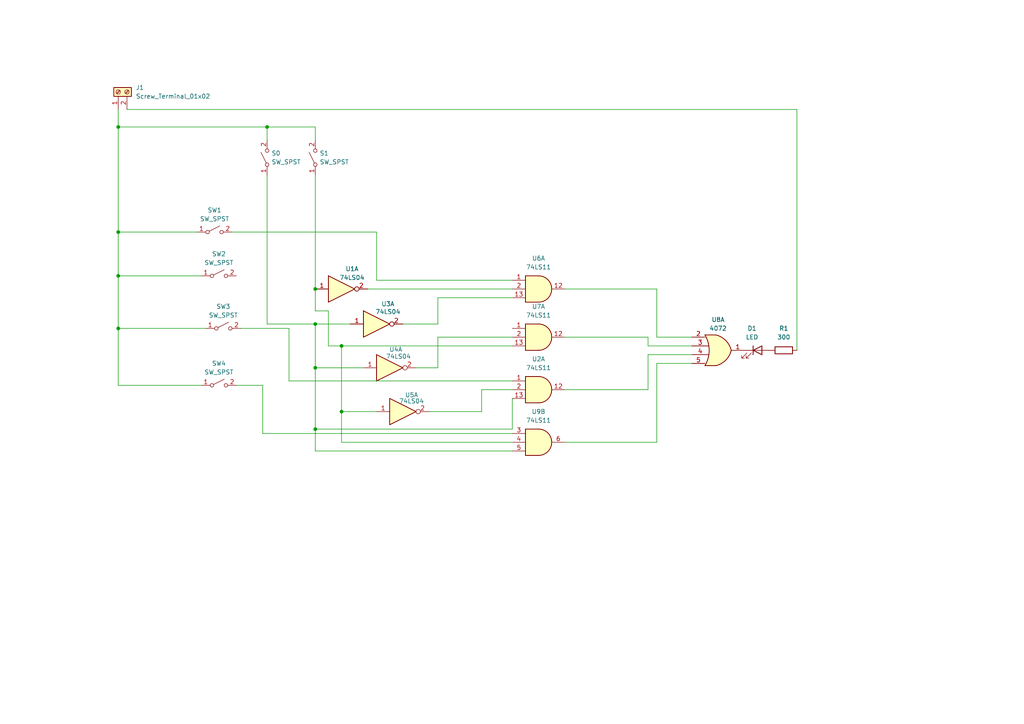
<source format=kicad_sch>
(kicad_sch
	(version 20250114)
	(generator "eeschema")
	(generator_version "9.0")
	(uuid "23d74541-ac29-4b2f-b207-c1811f9ea32b")
	(paper "A4")
	(title_block
		(title "Atividade de AOC")
		(date "2025-10-29")
		(rev "0")
	)
	(lib_symbols
		(symbol "4xxx:4072"
			(pin_names
				(offset 1.016)
			)
			(exclude_from_sim no)
			(in_bom yes)
			(on_board yes)
			(property "Reference" "U"
				(at 0 1.27 0)
				(effects
					(font
						(size 1.27 1.27)
					)
				)
			)
			(property "Value" "4072"
				(at 0 -1.27 0)
				(effects
					(font
						(size 1.27 1.27)
					)
				)
			)
			(property "Footprint" ""
				(at 0 0 0)
				(effects
					(font
						(size 1.27 1.27)
					)
					(hide yes)
				)
			)
			(property "Datasheet" "http://www.intersil.com/content/dam/Intersil/documents/cd40/cd4071bms-72bms-75bms.pdf"
				(at 0 0 0)
				(effects
					(font
						(size 1.27 1.27)
					)
					(hide yes)
				)
			)
			(property "Description" "Dual 4 input OR gate"
				(at 0 0 0)
				(effects
					(font
						(size 1.27 1.27)
					)
					(hide yes)
				)
			)
			(property "ki_locked" ""
				(at 0 0 0)
				(effects
					(font
						(size 1.27 1.27)
					)
				)
			)
			(property "ki_keywords" "CMOS OR4"
				(at 0 0 0)
				(effects
					(font
						(size 1.27 1.27)
					)
					(hide yes)
				)
			)
			(property "ki_fp_filters" "DIP?14*"
				(at 0 0 0)
				(effects
					(font
						(size 1.27 1.27)
					)
					(hide yes)
				)
			)
			(symbol "4072_1_1"
				(arc
					(start -3.81 4.445)
					(mid -2.5908 0)
					(end -3.81 -4.445)
					(stroke
						(width 0.254)
						(type default)
					)
					(fill
						(type none)
					)
				)
				(polyline
					(pts
						(xy -3.81 4.445) (xy -0.635 4.445)
					)
					(stroke
						(width 0.254)
						(type default)
					)
					(fill
						(type background)
					)
				)
				(polyline
					(pts
						(xy -3.81 -4.445) (xy -0.635 -4.445)
					)
					(stroke
						(width 0.254)
						(type default)
					)
					(fill
						(type background)
					)
				)
				(arc
					(start -0.6096 4.445)
					(mid 2.2198 2.8385)
					(end 3.81 0)
					(stroke
						(width 0.254)
						(type default)
					)
					(fill
						(type background)
					)
				)
				(arc
					(start 3.81 0)
					(mid 2.224 -2.8428)
					(end -0.6096 -4.445)
					(stroke
						(width 0.254)
						(type default)
					)
					(fill
						(type background)
					)
				)
				(polyline
					(pts
						(xy -0.635 4.445) (xy -3.81 4.445) (xy -3.81 4.445) (xy -3.6322 4.0894) (xy -3.0988 2.921) (xy -2.7686 1.6764)
						(xy -2.6162 0.4318) (xy -2.6416 -0.8636) (xy -2.8702 -2.1082) (xy -3.2512 -3.3274) (xy -3.81 -4.445)
						(xy -3.81 -4.445) (xy -0.635 -4.445)
					)
					(stroke
						(width -25.4)
						(type default)
					)
					(fill
						(type background)
					)
				)
				(pin input line
					(at -7.62 3.81 0)
					(length 3.81)
					(name "~"
						(effects
							(font
								(size 1.27 1.27)
							)
						)
					)
					(number "2"
						(effects
							(font
								(size 1.27 1.27)
							)
						)
					)
				)
				(pin input line
					(at -7.62 1.27 0)
					(length 4.826)
					(name "~"
						(effects
							(font
								(size 1.27 1.27)
							)
						)
					)
					(number "3"
						(effects
							(font
								(size 1.27 1.27)
							)
						)
					)
				)
				(pin input line
					(at -7.62 -1.27 0)
					(length 4.826)
					(name "~"
						(effects
							(font
								(size 1.27 1.27)
							)
						)
					)
					(number "4"
						(effects
							(font
								(size 1.27 1.27)
							)
						)
					)
				)
				(pin input line
					(at -7.62 -3.81 0)
					(length 3.81)
					(name "~"
						(effects
							(font
								(size 1.27 1.27)
							)
						)
					)
					(number "5"
						(effects
							(font
								(size 1.27 1.27)
							)
						)
					)
				)
				(pin output line
					(at 7.62 0 180)
					(length 3.81)
					(name "~"
						(effects
							(font
								(size 1.27 1.27)
							)
						)
					)
					(number "1"
						(effects
							(font
								(size 1.27 1.27)
							)
						)
					)
				)
			)
			(symbol "4072_1_2"
				(arc
					(start -0.635 4.445)
					(mid 3.7907 0)
					(end -0.635 -4.445)
					(stroke
						(width 0.254)
						(type default)
					)
					(fill
						(type background)
					)
				)
				(polyline
					(pts
						(xy -0.635 4.445) (xy -3.81 4.445) (xy -3.81 -4.445) (xy -0.635 -4.445)
					)
					(stroke
						(width 0.254)
						(type default)
					)
					(fill
						(type background)
					)
				)
				(pin input inverted
					(at -7.62 3.81 0)
					(length 3.81)
					(name "~"
						(effects
							(font
								(size 1.27 1.27)
							)
						)
					)
					(number "2"
						(effects
							(font
								(size 1.27 1.27)
							)
						)
					)
				)
				(pin input inverted
					(at -7.62 1.27 0)
					(length 3.81)
					(name "~"
						(effects
							(font
								(size 1.27 1.27)
							)
						)
					)
					(number "3"
						(effects
							(font
								(size 1.27 1.27)
							)
						)
					)
				)
				(pin input inverted
					(at -7.62 -1.27 0)
					(length 3.81)
					(name "~"
						(effects
							(font
								(size 1.27 1.27)
							)
						)
					)
					(number "4"
						(effects
							(font
								(size 1.27 1.27)
							)
						)
					)
				)
				(pin input inverted
					(at -7.62 -3.81 0)
					(length 3.81)
					(name "~"
						(effects
							(font
								(size 1.27 1.27)
							)
						)
					)
					(number "5"
						(effects
							(font
								(size 1.27 1.27)
							)
						)
					)
				)
				(pin output inverted
					(at 7.62 0 180)
					(length 3.81)
					(name "~"
						(effects
							(font
								(size 1.27 1.27)
							)
						)
					)
					(number "1"
						(effects
							(font
								(size 1.27 1.27)
							)
						)
					)
				)
			)
			(symbol "4072_2_1"
				(arc
					(start -3.81 4.445)
					(mid -2.5908 0)
					(end -3.81 -4.445)
					(stroke
						(width 0.254)
						(type default)
					)
					(fill
						(type none)
					)
				)
				(polyline
					(pts
						(xy -3.81 4.445) (xy -0.635 4.445)
					)
					(stroke
						(width 0.254)
						(type default)
					)
					(fill
						(type background)
					)
				)
				(polyline
					(pts
						(xy -3.81 -4.445) (xy -0.635 -4.445)
					)
					(stroke
						(width 0.254)
						(type default)
					)
					(fill
						(type background)
					)
				)
				(arc
					(start -0.6096 4.445)
					(mid 2.2198 2.8385)
					(end 3.81 0)
					(stroke
						(width 0.254)
						(type default)
					)
					(fill
						(type background)
					)
				)
				(arc
					(start 3.81 0)
					(mid 2.224 -2.8428)
					(end -0.6096 -4.445)
					(stroke
						(width 0.254)
						(type default)
					)
					(fill
						(type background)
					)
				)
				(polyline
					(pts
						(xy -0.635 4.445) (xy -3.81 4.445) (xy -3.81 4.445) (xy -3.6322 4.0894) (xy -3.0988 2.921) (xy -2.7686 1.6764)
						(xy -2.6162 0.4318) (xy -2.6416 -0.8636) (xy -2.8702 -2.1082) (xy -3.2512 -3.3274) (xy -3.81 -4.445)
						(xy -3.81 -4.445) (xy -0.635 -4.445)
					)
					(stroke
						(width -25.4)
						(type default)
					)
					(fill
						(type background)
					)
				)
				(pin input line
					(at -7.62 3.81 0)
					(length 3.81)
					(name "~"
						(effects
							(font
								(size 1.27 1.27)
							)
						)
					)
					(number "9"
						(effects
							(font
								(size 1.27 1.27)
							)
						)
					)
				)
				(pin input line
					(at -7.62 1.27 0)
					(length 4.826)
					(name "~"
						(effects
							(font
								(size 1.27 1.27)
							)
						)
					)
					(number "10"
						(effects
							(font
								(size 1.27 1.27)
							)
						)
					)
				)
				(pin input line
					(at -7.62 -1.27 0)
					(length 4.826)
					(name "~"
						(effects
							(font
								(size 1.27 1.27)
							)
						)
					)
					(number "11"
						(effects
							(font
								(size 1.27 1.27)
							)
						)
					)
				)
				(pin input line
					(at -7.62 -3.81 0)
					(length 3.81)
					(name "~"
						(effects
							(font
								(size 1.27 1.27)
							)
						)
					)
					(number "12"
						(effects
							(font
								(size 1.27 1.27)
							)
						)
					)
				)
				(pin output line
					(at 7.62 0 180)
					(length 3.81)
					(name "~"
						(effects
							(font
								(size 1.27 1.27)
							)
						)
					)
					(number "13"
						(effects
							(font
								(size 1.27 1.27)
							)
						)
					)
				)
			)
			(symbol "4072_2_2"
				(arc
					(start -0.635 4.445)
					(mid 3.7907 0)
					(end -0.635 -4.445)
					(stroke
						(width 0.254)
						(type default)
					)
					(fill
						(type background)
					)
				)
				(polyline
					(pts
						(xy -0.635 4.445) (xy -3.81 4.445) (xy -3.81 -4.445) (xy -0.635 -4.445)
					)
					(stroke
						(width 0.254)
						(type default)
					)
					(fill
						(type background)
					)
				)
				(pin input inverted
					(at -7.62 3.81 0)
					(length 3.81)
					(name "~"
						(effects
							(font
								(size 1.27 1.27)
							)
						)
					)
					(number "9"
						(effects
							(font
								(size 1.27 1.27)
							)
						)
					)
				)
				(pin input inverted
					(at -7.62 1.27 0)
					(length 3.81)
					(name "~"
						(effects
							(font
								(size 1.27 1.27)
							)
						)
					)
					(number "10"
						(effects
							(font
								(size 1.27 1.27)
							)
						)
					)
				)
				(pin input inverted
					(at -7.62 -1.27 0)
					(length 3.81)
					(name "~"
						(effects
							(font
								(size 1.27 1.27)
							)
						)
					)
					(number "11"
						(effects
							(font
								(size 1.27 1.27)
							)
						)
					)
				)
				(pin input inverted
					(at -7.62 -3.81 0)
					(length 3.81)
					(name "~"
						(effects
							(font
								(size 1.27 1.27)
							)
						)
					)
					(number "12"
						(effects
							(font
								(size 1.27 1.27)
							)
						)
					)
				)
				(pin output inverted
					(at 7.62 0 180)
					(length 3.81)
					(name "~"
						(effects
							(font
								(size 1.27 1.27)
							)
						)
					)
					(number "13"
						(effects
							(font
								(size 1.27 1.27)
							)
						)
					)
				)
			)
			(symbol "4072_3_0"
				(pin power_in line
					(at 0 12.7 270)
					(length 5.08)
					(name "VDD"
						(effects
							(font
								(size 1.27 1.27)
							)
						)
					)
					(number "14"
						(effects
							(font
								(size 1.27 1.27)
							)
						)
					)
				)
				(pin power_in line
					(at 0 -12.7 90)
					(length 5.08)
					(name "VSS"
						(effects
							(font
								(size 1.27 1.27)
							)
						)
					)
					(number "7"
						(effects
							(font
								(size 1.27 1.27)
							)
						)
					)
				)
			)
			(symbol "4072_3_1"
				(rectangle
					(start -5.08 7.62)
					(end 5.08 -7.62)
					(stroke
						(width 0.254)
						(type default)
					)
					(fill
						(type background)
					)
				)
			)
			(embedded_fonts no)
		)
		(symbol "74xx:74LS04"
			(exclude_from_sim no)
			(in_bom yes)
			(on_board yes)
			(property "Reference" "U"
				(at 0 1.27 0)
				(effects
					(font
						(size 1.27 1.27)
					)
				)
			)
			(property "Value" "74LS04"
				(at 0 -1.27 0)
				(effects
					(font
						(size 1.27 1.27)
					)
				)
			)
			(property "Footprint" ""
				(at 0 0 0)
				(effects
					(font
						(size 1.27 1.27)
					)
					(hide yes)
				)
			)
			(property "Datasheet" "http://www.ti.com/lit/gpn/sn74LS04"
				(at 0 0 0)
				(effects
					(font
						(size 1.27 1.27)
					)
					(hide yes)
				)
			)
			(property "Description" "Hex Inverter"
				(at 0 0 0)
				(effects
					(font
						(size 1.27 1.27)
					)
					(hide yes)
				)
			)
			(property "ki_locked" ""
				(at 0 0 0)
				(effects
					(font
						(size 1.27 1.27)
					)
				)
			)
			(property "ki_keywords" "TTL not inv"
				(at 0 0 0)
				(effects
					(font
						(size 1.27 1.27)
					)
					(hide yes)
				)
			)
			(property "ki_fp_filters" "DIP*W7.62mm* SSOP?14* TSSOP?14*"
				(at 0 0 0)
				(effects
					(font
						(size 1.27 1.27)
					)
					(hide yes)
				)
			)
			(symbol "74LS04_1_0"
				(polyline
					(pts
						(xy -3.81 3.81) (xy -3.81 -3.81) (xy 3.81 0) (xy -3.81 3.81)
					)
					(stroke
						(width 0.254)
						(type default)
					)
					(fill
						(type background)
					)
				)
				(pin input line
					(at -7.62 0 0)
					(length 3.81)
					(name "~"
						(effects
							(font
								(size 1.27 1.27)
							)
						)
					)
					(number "1"
						(effects
							(font
								(size 1.27 1.27)
							)
						)
					)
				)
				(pin output inverted
					(at 7.62 0 180)
					(length 3.81)
					(name "~"
						(effects
							(font
								(size 1.27 1.27)
							)
						)
					)
					(number "2"
						(effects
							(font
								(size 1.27 1.27)
							)
						)
					)
				)
			)
			(symbol "74LS04_2_0"
				(polyline
					(pts
						(xy -3.81 3.81) (xy -3.81 -3.81) (xy 3.81 0) (xy -3.81 3.81)
					)
					(stroke
						(width 0.254)
						(type default)
					)
					(fill
						(type background)
					)
				)
				(pin input line
					(at -7.62 0 0)
					(length 3.81)
					(name "~"
						(effects
							(font
								(size 1.27 1.27)
							)
						)
					)
					(number "3"
						(effects
							(font
								(size 1.27 1.27)
							)
						)
					)
				)
				(pin output inverted
					(at 7.62 0 180)
					(length 3.81)
					(name "~"
						(effects
							(font
								(size 1.27 1.27)
							)
						)
					)
					(number "4"
						(effects
							(font
								(size 1.27 1.27)
							)
						)
					)
				)
			)
			(symbol "74LS04_3_0"
				(polyline
					(pts
						(xy -3.81 3.81) (xy -3.81 -3.81) (xy 3.81 0) (xy -3.81 3.81)
					)
					(stroke
						(width 0.254)
						(type default)
					)
					(fill
						(type background)
					)
				)
				(pin input line
					(at -7.62 0 0)
					(length 3.81)
					(name "~"
						(effects
							(font
								(size 1.27 1.27)
							)
						)
					)
					(number "5"
						(effects
							(font
								(size 1.27 1.27)
							)
						)
					)
				)
				(pin output inverted
					(at 7.62 0 180)
					(length 3.81)
					(name "~"
						(effects
							(font
								(size 1.27 1.27)
							)
						)
					)
					(number "6"
						(effects
							(font
								(size 1.27 1.27)
							)
						)
					)
				)
			)
			(symbol "74LS04_4_0"
				(polyline
					(pts
						(xy -3.81 3.81) (xy -3.81 -3.81) (xy 3.81 0) (xy -3.81 3.81)
					)
					(stroke
						(width 0.254)
						(type default)
					)
					(fill
						(type background)
					)
				)
				(pin input line
					(at -7.62 0 0)
					(length 3.81)
					(name "~"
						(effects
							(font
								(size 1.27 1.27)
							)
						)
					)
					(number "9"
						(effects
							(font
								(size 1.27 1.27)
							)
						)
					)
				)
				(pin output inverted
					(at 7.62 0 180)
					(length 3.81)
					(name "~"
						(effects
							(font
								(size 1.27 1.27)
							)
						)
					)
					(number "8"
						(effects
							(font
								(size 1.27 1.27)
							)
						)
					)
				)
			)
			(symbol "74LS04_5_0"
				(polyline
					(pts
						(xy -3.81 3.81) (xy -3.81 -3.81) (xy 3.81 0) (xy -3.81 3.81)
					)
					(stroke
						(width 0.254)
						(type default)
					)
					(fill
						(type background)
					)
				)
				(pin input line
					(at -7.62 0 0)
					(length 3.81)
					(name "~"
						(effects
							(font
								(size 1.27 1.27)
							)
						)
					)
					(number "11"
						(effects
							(font
								(size 1.27 1.27)
							)
						)
					)
				)
				(pin output inverted
					(at 7.62 0 180)
					(length 3.81)
					(name "~"
						(effects
							(font
								(size 1.27 1.27)
							)
						)
					)
					(number "10"
						(effects
							(font
								(size 1.27 1.27)
							)
						)
					)
				)
			)
			(symbol "74LS04_6_0"
				(polyline
					(pts
						(xy -3.81 3.81) (xy -3.81 -3.81) (xy 3.81 0) (xy -3.81 3.81)
					)
					(stroke
						(width 0.254)
						(type default)
					)
					(fill
						(type background)
					)
				)
				(pin input line
					(at -7.62 0 0)
					(length 3.81)
					(name "~"
						(effects
							(font
								(size 1.27 1.27)
							)
						)
					)
					(number "13"
						(effects
							(font
								(size 1.27 1.27)
							)
						)
					)
				)
				(pin output inverted
					(at 7.62 0 180)
					(length 3.81)
					(name "~"
						(effects
							(font
								(size 1.27 1.27)
							)
						)
					)
					(number "12"
						(effects
							(font
								(size 1.27 1.27)
							)
						)
					)
				)
			)
			(symbol "74LS04_7_0"
				(pin power_in line
					(at 0 12.7 270)
					(length 5.08)
					(name "VCC"
						(effects
							(font
								(size 1.27 1.27)
							)
						)
					)
					(number "14"
						(effects
							(font
								(size 1.27 1.27)
							)
						)
					)
				)
				(pin power_in line
					(at 0 -12.7 90)
					(length 5.08)
					(name "GND"
						(effects
							(font
								(size 1.27 1.27)
							)
						)
					)
					(number "7"
						(effects
							(font
								(size 1.27 1.27)
							)
						)
					)
				)
			)
			(symbol "74LS04_7_1"
				(rectangle
					(start -5.08 7.62)
					(end 5.08 -7.62)
					(stroke
						(width 0.254)
						(type default)
					)
					(fill
						(type background)
					)
				)
			)
			(embedded_fonts no)
		)
		(symbol "74xx:74LS11"
			(pin_names
				(offset 1.016)
			)
			(exclude_from_sim no)
			(in_bom yes)
			(on_board yes)
			(property "Reference" "U"
				(at 0 1.27 0)
				(effects
					(font
						(size 1.27 1.27)
					)
				)
			)
			(property "Value" "74LS11"
				(at 0 -1.27 0)
				(effects
					(font
						(size 1.27 1.27)
					)
				)
			)
			(property "Footprint" ""
				(at 0 0 0)
				(effects
					(font
						(size 1.27 1.27)
					)
					(hide yes)
				)
			)
			(property "Datasheet" "http://www.ti.com/lit/gpn/sn74LS11"
				(at 0 0 0)
				(effects
					(font
						(size 1.27 1.27)
					)
					(hide yes)
				)
			)
			(property "Description" "Triple 3-input AND"
				(at 0 0 0)
				(effects
					(font
						(size 1.27 1.27)
					)
					(hide yes)
				)
			)
			(property "ki_locked" ""
				(at 0 0 0)
				(effects
					(font
						(size 1.27 1.27)
					)
				)
			)
			(property "ki_keywords" "TTL And3"
				(at 0 0 0)
				(effects
					(font
						(size 1.27 1.27)
					)
					(hide yes)
				)
			)
			(property "ki_fp_filters" "DIP*W7.62mm*"
				(at 0 0 0)
				(effects
					(font
						(size 1.27 1.27)
					)
					(hide yes)
				)
			)
			(symbol "74LS11_1_1"
				(arc
					(start 0 3.81)
					(mid 3.7934 0)
					(end 0 -3.81)
					(stroke
						(width 0.254)
						(type default)
					)
					(fill
						(type background)
					)
				)
				(polyline
					(pts
						(xy 0 3.81) (xy -3.81 3.81) (xy -3.81 -3.81) (xy 0 -3.81)
					)
					(stroke
						(width 0.254)
						(type default)
					)
					(fill
						(type background)
					)
				)
				(pin input line
					(at -7.62 2.54 0)
					(length 3.81)
					(name "~"
						(effects
							(font
								(size 1.27 1.27)
							)
						)
					)
					(number "1"
						(effects
							(font
								(size 1.27 1.27)
							)
						)
					)
				)
				(pin input line
					(at -7.62 0 0)
					(length 3.81)
					(name "~"
						(effects
							(font
								(size 1.27 1.27)
							)
						)
					)
					(number "2"
						(effects
							(font
								(size 1.27 1.27)
							)
						)
					)
				)
				(pin input line
					(at -7.62 -2.54 0)
					(length 3.81)
					(name "~"
						(effects
							(font
								(size 1.27 1.27)
							)
						)
					)
					(number "13"
						(effects
							(font
								(size 1.27 1.27)
							)
						)
					)
				)
				(pin output line
					(at 7.62 0 180)
					(length 3.81)
					(name "~"
						(effects
							(font
								(size 1.27 1.27)
							)
						)
					)
					(number "12"
						(effects
							(font
								(size 1.27 1.27)
							)
						)
					)
				)
			)
			(symbol "74LS11_1_2"
				(arc
					(start -3.81 3.81)
					(mid -2.589 0)
					(end -3.81 -3.81)
					(stroke
						(width 0.254)
						(type default)
					)
					(fill
						(type none)
					)
				)
				(polyline
					(pts
						(xy -3.81 3.81) (xy -0.635 3.81)
					)
					(stroke
						(width 0.254)
						(type default)
					)
					(fill
						(type background)
					)
				)
				(polyline
					(pts
						(xy -3.81 -3.81) (xy -0.635 -3.81)
					)
					(stroke
						(width 0.254)
						(type default)
					)
					(fill
						(type background)
					)
				)
				(arc
					(start 3.81 0)
					(mid 2.1855 -2.584)
					(end -0.6096 -3.81)
					(stroke
						(width 0.254)
						(type default)
					)
					(fill
						(type background)
					)
				)
				(arc
					(start -0.6096 3.81)
					(mid 2.1928 2.5924)
					(end 3.81 0)
					(stroke
						(width 0.254)
						(type default)
					)
					(fill
						(type background)
					)
				)
				(polyline
					(pts
						(xy -0.635 3.81) (xy -3.81 3.81) (xy -3.81 3.81) (xy -3.556 3.4036) (xy -3.0226 2.2606) (xy -2.6924 1.0414)
						(xy -2.6162 -0.254) (xy -2.7686 -1.4986) (xy -3.175 -2.7178) (xy -3.81 -3.81) (xy -3.81 -3.81)
						(xy -0.635 -3.81)
					)
					(stroke
						(width -25.4)
						(type default)
					)
					(fill
						(type background)
					)
				)
				(pin input inverted
					(at -7.62 2.54 0)
					(length 4.318)
					(name "~"
						(effects
							(font
								(size 1.27 1.27)
							)
						)
					)
					(number "1"
						(effects
							(font
								(size 1.27 1.27)
							)
						)
					)
				)
				(pin input inverted
					(at -7.62 0 0)
					(length 4.953)
					(name "~"
						(effects
							(font
								(size 1.27 1.27)
							)
						)
					)
					(number "2"
						(effects
							(font
								(size 1.27 1.27)
							)
						)
					)
				)
				(pin input inverted
					(at -7.62 -2.54 0)
					(length 4.318)
					(name "~"
						(effects
							(font
								(size 1.27 1.27)
							)
						)
					)
					(number "13"
						(effects
							(font
								(size 1.27 1.27)
							)
						)
					)
				)
				(pin output inverted
					(at 7.62 0 180)
					(length 3.81)
					(name "~"
						(effects
							(font
								(size 1.27 1.27)
							)
						)
					)
					(number "12"
						(effects
							(font
								(size 1.27 1.27)
							)
						)
					)
				)
			)
			(symbol "74LS11_2_1"
				(arc
					(start 0 3.81)
					(mid 3.7934 0)
					(end 0 -3.81)
					(stroke
						(width 0.254)
						(type default)
					)
					(fill
						(type background)
					)
				)
				(polyline
					(pts
						(xy 0 3.81) (xy -3.81 3.81) (xy -3.81 -3.81) (xy 0 -3.81)
					)
					(stroke
						(width 0.254)
						(type default)
					)
					(fill
						(type background)
					)
				)
				(pin input line
					(at -7.62 2.54 0)
					(length 3.81)
					(name "~"
						(effects
							(font
								(size 1.27 1.27)
							)
						)
					)
					(number "3"
						(effects
							(font
								(size 1.27 1.27)
							)
						)
					)
				)
				(pin input line
					(at -7.62 0 0)
					(length 3.81)
					(name "~"
						(effects
							(font
								(size 1.27 1.27)
							)
						)
					)
					(number "4"
						(effects
							(font
								(size 1.27 1.27)
							)
						)
					)
				)
				(pin input line
					(at -7.62 -2.54 0)
					(length 3.81)
					(name "~"
						(effects
							(font
								(size 1.27 1.27)
							)
						)
					)
					(number "5"
						(effects
							(font
								(size 1.27 1.27)
							)
						)
					)
				)
				(pin output line
					(at 7.62 0 180)
					(length 3.81)
					(name "~"
						(effects
							(font
								(size 1.27 1.27)
							)
						)
					)
					(number "6"
						(effects
							(font
								(size 1.27 1.27)
							)
						)
					)
				)
			)
			(symbol "74LS11_2_2"
				(arc
					(start -3.81 3.81)
					(mid -2.589 0)
					(end -3.81 -3.81)
					(stroke
						(width 0.254)
						(type default)
					)
					(fill
						(type none)
					)
				)
				(polyline
					(pts
						(xy -3.81 3.81) (xy -0.635 3.81)
					)
					(stroke
						(width 0.254)
						(type default)
					)
					(fill
						(type background)
					)
				)
				(polyline
					(pts
						(xy -3.81 -3.81) (xy -0.635 -3.81)
					)
					(stroke
						(width 0.254)
						(type default)
					)
					(fill
						(type background)
					)
				)
				(arc
					(start 3.81 0)
					(mid 2.1855 -2.584)
					(end -0.6096 -3.81)
					(stroke
						(width 0.254)
						(type default)
					)
					(fill
						(type background)
					)
				)
				(arc
					(start -0.6096 3.81)
					(mid 2.1928 2.5924)
					(end 3.81 0)
					(stroke
						(width 0.254)
						(type default)
					)
					(fill
						(type background)
					)
				)
				(polyline
					(pts
						(xy -0.635 3.81) (xy -3.81 3.81) (xy -3.81 3.81) (xy -3.556 3.4036) (xy -3.0226 2.2606) (xy -2.6924 1.0414)
						(xy -2.6162 -0.254) (xy -2.7686 -1.4986) (xy -3.175 -2.7178) (xy -3.81 -3.81) (xy -3.81 -3.81)
						(xy -0.635 -3.81)
					)
					(stroke
						(width -25.4)
						(type default)
					)
					(fill
						(type background)
					)
				)
				(pin input inverted
					(at -7.62 2.54 0)
					(length 4.318)
					(name "~"
						(effects
							(font
								(size 1.27 1.27)
							)
						)
					)
					(number "3"
						(effects
							(font
								(size 1.27 1.27)
							)
						)
					)
				)
				(pin input inverted
					(at -7.62 0 0)
					(length 4.953)
					(name "~"
						(effects
							(font
								(size 1.27 1.27)
							)
						)
					)
					(number "4"
						(effects
							(font
								(size 1.27 1.27)
							)
						)
					)
				)
				(pin input inverted
					(at -7.62 -2.54 0)
					(length 4.318)
					(name "~"
						(effects
							(font
								(size 1.27 1.27)
							)
						)
					)
					(number "5"
						(effects
							(font
								(size 1.27 1.27)
							)
						)
					)
				)
				(pin output inverted
					(at 7.62 0 180)
					(length 3.81)
					(name "~"
						(effects
							(font
								(size 1.27 1.27)
							)
						)
					)
					(number "6"
						(effects
							(font
								(size 1.27 1.27)
							)
						)
					)
				)
			)
			(symbol "74LS11_3_1"
				(arc
					(start 0 3.81)
					(mid 3.7934 0)
					(end 0 -3.81)
					(stroke
						(width 0.254)
						(type default)
					)
					(fill
						(type background)
					)
				)
				(polyline
					(pts
						(xy 0 3.81) (xy -3.81 3.81) (xy -3.81 -3.81) (xy 0 -3.81)
					)
					(stroke
						(width 0.254)
						(type default)
					)
					(fill
						(type background)
					)
				)
				(pin input line
					(at -7.62 2.54 0)
					(length 3.81)
					(name "~"
						(effects
							(font
								(size 1.27 1.27)
							)
						)
					)
					(number "9"
						(effects
							(font
								(size 1.27 1.27)
							)
						)
					)
				)
				(pin input line
					(at -7.62 0 0)
					(length 3.81)
					(name "~"
						(effects
							(font
								(size 1.27 1.27)
							)
						)
					)
					(number "10"
						(effects
							(font
								(size 1.27 1.27)
							)
						)
					)
				)
				(pin input line
					(at -7.62 -2.54 0)
					(length 3.81)
					(name "~"
						(effects
							(font
								(size 1.27 1.27)
							)
						)
					)
					(number "11"
						(effects
							(font
								(size 1.27 1.27)
							)
						)
					)
				)
				(pin output line
					(at 7.62 0 180)
					(length 3.81)
					(name "~"
						(effects
							(font
								(size 1.27 1.27)
							)
						)
					)
					(number "8"
						(effects
							(font
								(size 1.27 1.27)
							)
						)
					)
				)
			)
			(symbol "74LS11_3_2"
				(arc
					(start -3.81 3.81)
					(mid -2.589 0)
					(end -3.81 -3.81)
					(stroke
						(width 0.254)
						(type default)
					)
					(fill
						(type none)
					)
				)
				(polyline
					(pts
						(xy -3.81 3.81) (xy -0.635 3.81)
					)
					(stroke
						(width 0.254)
						(type default)
					)
					(fill
						(type background)
					)
				)
				(polyline
					(pts
						(xy -3.81 -3.81) (xy -0.635 -3.81)
					)
					(stroke
						(width 0.254)
						(type default)
					)
					(fill
						(type background)
					)
				)
				(arc
					(start 3.81 0)
					(mid 2.1855 -2.584)
					(end -0.6096 -3.81)
					(stroke
						(width 0.254)
						(type default)
					)
					(fill
						(type background)
					)
				)
				(arc
					(start -0.6096 3.81)
					(mid 2.1928 2.5924)
					(end 3.81 0)
					(stroke
						(width 0.254)
						(type default)
					)
					(fill
						(type background)
					)
				)
				(polyline
					(pts
						(xy -0.635 3.81) (xy -3.81 3.81) (xy -3.81 3.81) (xy -3.556 3.4036) (xy -3.0226 2.2606) (xy -2.6924 1.0414)
						(xy -2.6162 -0.254) (xy -2.7686 -1.4986) (xy -3.175 -2.7178) (xy -3.81 -3.81) (xy -3.81 -3.81)
						(xy -0.635 -3.81)
					)
					(stroke
						(width -25.4)
						(type default)
					)
					(fill
						(type background)
					)
				)
				(pin input inverted
					(at -7.62 2.54 0)
					(length 4.318)
					(name "~"
						(effects
							(font
								(size 1.27 1.27)
							)
						)
					)
					(number "9"
						(effects
							(font
								(size 1.27 1.27)
							)
						)
					)
				)
				(pin input inverted
					(at -7.62 0 0)
					(length 4.953)
					(name "~"
						(effects
							(font
								(size 1.27 1.27)
							)
						)
					)
					(number "10"
						(effects
							(font
								(size 1.27 1.27)
							)
						)
					)
				)
				(pin input inverted
					(at -7.62 -2.54 0)
					(length 4.318)
					(name "~"
						(effects
							(font
								(size 1.27 1.27)
							)
						)
					)
					(number "11"
						(effects
							(font
								(size 1.27 1.27)
							)
						)
					)
				)
				(pin output inverted
					(at 7.62 0 180)
					(length 3.81)
					(name "~"
						(effects
							(font
								(size 1.27 1.27)
							)
						)
					)
					(number "8"
						(effects
							(font
								(size 1.27 1.27)
							)
						)
					)
				)
			)
			(symbol "74LS11_4_0"
				(pin power_in line
					(at 0 12.7 270)
					(length 5.08)
					(name "VCC"
						(effects
							(font
								(size 1.27 1.27)
							)
						)
					)
					(number "14"
						(effects
							(font
								(size 1.27 1.27)
							)
						)
					)
				)
				(pin power_in line
					(at 0 -12.7 90)
					(length 5.08)
					(name "GND"
						(effects
							(font
								(size 1.27 1.27)
							)
						)
					)
					(number "7"
						(effects
							(font
								(size 1.27 1.27)
							)
						)
					)
				)
			)
			(symbol "74LS11_4_1"
				(rectangle
					(start -5.08 7.62)
					(end 5.08 -7.62)
					(stroke
						(width 0.254)
						(type default)
					)
					(fill
						(type background)
					)
				)
			)
			(embedded_fonts no)
		)
		(symbol "Connector:Screw_Terminal_01x02"
			(pin_names
				(offset 1.016)
				(hide yes)
			)
			(exclude_from_sim no)
			(in_bom yes)
			(on_board yes)
			(property "Reference" "J"
				(at 0 2.54 0)
				(effects
					(font
						(size 1.27 1.27)
					)
				)
			)
			(property "Value" "Screw_Terminal_01x02"
				(at 0 -5.08 0)
				(effects
					(font
						(size 1.27 1.27)
					)
				)
			)
			(property "Footprint" ""
				(at 0 0 0)
				(effects
					(font
						(size 1.27 1.27)
					)
					(hide yes)
				)
			)
			(property "Datasheet" "~"
				(at 0 0 0)
				(effects
					(font
						(size 1.27 1.27)
					)
					(hide yes)
				)
			)
			(property "Description" "Generic screw terminal, single row, 01x02, script generated (kicad-library-utils/schlib/autogen/connector/)"
				(at 0 0 0)
				(effects
					(font
						(size 1.27 1.27)
					)
					(hide yes)
				)
			)
			(property "ki_keywords" "screw terminal"
				(at 0 0 0)
				(effects
					(font
						(size 1.27 1.27)
					)
					(hide yes)
				)
			)
			(property "ki_fp_filters" "TerminalBlock*:*"
				(at 0 0 0)
				(effects
					(font
						(size 1.27 1.27)
					)
					(hide yes)
				)
			)
			(symbol "Screw_Terminal_01x02_1_1"
				(rectangle
					(start -1.27 1.27)
					(end 1.27 -3.81)
					(stroke
						(width 0.254)
						(type default)
					)
					(fill
						(type background)
					)
				)
				(polyline
					(pts
						(xy -0.5334 0.3302) (xy 0.3302 -0.508)
					)
					(stroke
						(width 0.1524)
						(type default)
					)
					(fill
						(type none)
					)
				)
				(polyline
					(pts
						(xy -0.5334 -2.2098) (xy 0.3302 -3.048)
					)
					(stroke
						(width 0.1524)
						(type default)
					)
					(fill
						(type none)
					)
				)
				(polyline
					(pts
						(xy -0.3556 0.508) (xy 0.508 -0.3302)
					)
					(stroke
						(width 0.1524)
						(type default)
					)
					(fill
						(type none)
					)
				)
				(polyline
					(pts
						(xy -0.3556 -2.032) (xy 0.508 -2.8702)
					)
					(stroke
						(width 0.1524)
						(type default)
					)
					(fill
						(type none)
					)
				)
				(circle
					(center 0 0)
					(radius 0.635)
					(stroke
						(width 0.1524)
						(type default)
					)
					(fill
						(type none)
					)
				)
				(circle
					(center 0 -2.54)
					(radius 0.635)
					(stroke
						(width 0.1524)
						(type default)
					)
					(fill
						(type none)
					)
				)
				(pin passive line
					(at -5.08 0 0)
					(length 3.81)
					(name "Pin_1"
						(effects
							(font
								(size 1.27 1.27)
							)
						)
					)
					(number "1"
						(effects
							(font
								(size 1.27 1.27)
							)
						)
					)
				)
				(pin passive line
					(at -5.08 -2.54 0)
					(length 3.81)
					(name "Pin_2"
						(effects
							(font
								(size 1.27 1.27)
							)
						)
					)
					(number "2"
						(effects
							(font
								(size 1.27 1.27)
							)
						)
					)
				)
			)
			(embedded_fonts no)
		)
		(symbol "Device:LED"
			(pin_numbers
				(hide yes)
			)
			(pin_names
				(offset 1.016)
				(hide yes)
			)
			(exclude_from_sim no)
			(in_bom yes)
			(on_board yes)
			(property "Reference" "D"
				(at 0 2.54 0)
				(effects
					(font
						(size 1.27 1.27)
					)
				)
			)
			(property "Value" "LED"
				(at 0 -2.54 0)
				(effects
					(font
						(size 1.27 1.27)
					)
				)
			)
			(property "Footprint" ""
				(at 0 0 0)
				(effects
					(font
						(size 1.27 1.27)
					)
					(hide yes)
				)
			)
			(property "Datasheet" "~"
				(at 0 0 0)
				(effects
					(font
						(size 1.27 1.27)
					)
					(hide yes)
				)
			)
			(property "Description" "Light emitting diode"
				(at 0 0 0)
				(effects
					(font
						(size 1.27 1.27)
					)
					(hide yes)
				)
			)
			(property "Sim.Pins" "1=K 2=A"
				(at 0 0 0)
				(effects
					(font
						(size 1.27 1.27)
					)
					(hide yes)
				)
			)
			(property "ki_keywords" "LED diode"
				(at 0 0 0)
				(effects
					(font
						(size 1.27 1.27)
					)
					(hide yes)
				)
			)
			(property "ki_fp_filters" "LED* LED_SMD:* LED_THT:*"
				(at 0 0 0)
				(effects
					(font
						(size 1.27 1.27)
					)
					(hide yes)
				)
			)
			(symbol "LED_0_1"
				(polyline
					(pts
						(xy -3.048 -0.762) (xy -4.572 -2.286) (xy -3.81 -2.286) (xy -4.572 -2.286) (xy -4.572 -1.524)
					)
					(stroke
						(width 0)
						(type default)
					)
					(fill
						(type none)
					)
				)
				(polyline
					(pts
						(xy -1.778 -0.762) (xy -3.302 -2.286) (xy -2.54 -2.286) (xy -3.302 -2.286) (xy -3.302 -1.524)
					)
					(stroke
						(width 0)
						(type default)
					)
					(fill
						(type none)
					)
				)
				(polyline
					(pts
						(xy -1.27 0) (xy 1.27 0)
					)
					(stroke
						(width 0)
						(type default)
					)
					(fill
						(type none)
					)
				)
				(polyline
					(pts
						(xy -1.27 -1.27) (xy -1.27 1.27)
					)
					(stroke
						(width 0.254)
						(type default)
					)
					(fill
						(type none)
					)
				)
				(polyline
					(pts
						(xy 1.27 -1.27) (xy 1.27 1.27) (xy -1.27 0) (xy 1.27 -1.27)
					)
					(stroke
						(width 0.254)
						(type default)
					)
					(fill
						(type none)
					)
				)
			)
			(symbol "LED_1_1"
				(pin passive line
					(at -3.81 0 0)
					(length 2.54)
					(name "K"
						(effects
							(font
								(size 1.27 1.27)
							)
						)
					)
					(number "1"
						(effects
							(font
								(size 1.27 1.27)
							)
						)
					)
				)
				(pin passive line
					(at 3.81 0 180)
					(length 2.54)
					(name "A"
						(effects
							(font
								(size 1.27 1.27)
							)
						)
					)
					(number "2"
						(effects
							(font
								(size 1.27 1.27)
							)
						)
					)
				)
			)
			(embedded_fonts no)
		)
		(symbol "Device:R"
			(pin_numbers
				(hide yes)
			)
			(pin_names
				(offset 0)
			)
			(exclude_from_sim no)
			(in_bom yes)
			(on_board yes)
			(property "Reference" "R"
				(at 2.032 0 90)
				(effects
					(font
						(size 1.27 1.27)
					)
				)
			)
			(property "Value" "R"
				(at 0 0 90)
				(effects
					(font
						(size 1.27 1.27)
					)
				)
			)
			(property "Footprint" ""
				(at -1.778 0 90)
				(effects
					(font
						(size 1.27 1.27)
					)
					(hide yes)
				)
			)
			(property "Datasheet" "~"
				(at 0 0 0)
				(effects
					(font
						(size 1.27 1.27)
					)
					(hide yes)
				)
			)
			(property "Description" "Resistor"
				(at 0 0 0)
				(effects
					(font
						(size 1.27 1.27)
					)
					(hide yes)
				)
			)
			(property "ki_keywords" "R res resistor"
				(at 0 0 0)
				(effects
					(font
						(size 1.27 1.27)
					)
					(hide yes)
				)
			)
			(property "ki_fp_filters" "R_*"
				(at 0 0 0)
				(effects
					(font
						(size 1.27 1.27)
					)
					(hide yes)
				)
			)
			(symbol "R_0_1"
				(rectangle
					(start -1.016 -2.54)
					(end 1.016 2.54)
					(stroke
						(width 0.254)
						(type default)
					)
					(fill
						(type none)
					)
				)
			)
			(symbol "R_1_1"
				(pin passive line
					(at 0 3.81 270)
					(length 1.27)
					(name "~"
						(effects
							(font
								(size 1.27 1.27)
							)
						)
					)
					(number "1"
						(effects
							(font
								(size 1.27 1.27)
							)
						)
					)
				)
				(pin passive line
					(at 0 -3.81 90)
					(length 1.27)
					(name "~"
						(effects
							(font
								(size 1.27 1.27)
							)
						)
					)
					(number "2"
						(effects
							(font
								(size 1.27 1.27)
							)
						)
					)
				)
			)
			(embedded_fonts no)
		)
		(symbol "Switch:SW_SPST"
			(pin_names
				(offset 0)
				(hide yes)
			)
			(exclude_from_sim no)
			(in_bom yes)
			(on_board yes)
			(property "Reference" "SW"
				(at 0 3.175 0)
				(effects
					(font
						(size 1.27 1.27)
					)
				)
			)
			(property "Value" "SW_SPST"
				(at 0 -2.54 0)
				(effects
					(font
						(size 1.27 1.27)
					)
				)
			)
			(property "Footprint" ""
				(at 0 0 0)
				(effects
					(font
						(size 1.27 1.27)
					)
					(hide yes)
				)
			)
			(property "Datasheet" "~"
				(at 0 0 0)
				(effects
					(font
						(size 1.27 1.27)
					)
					(hide yes)
				)
			)
			(property "Description" "Single Pole Single Throw (SPST) switch"
				(at 0 0 0)
				(effects
					(font
						(size 1.27 1.27)
					)
					(hide yes)
				)
			)
			(property "ki_keywords" "switch lever"
				(at 0 0 0)
				(effects
					(font
						(size 1.27 1.27)
					)
					(hide yes)
				)
			)
			(symbol "SW_SPST_0_0"
				(circle
					(center -2.032 0)
					(radius 0.508)
					(stroke
						(width 0)
						(type default)
					)
					(fill
						(type none)
					)
				)
				(polyline
					(pts
						(xy -1.524 0.254) (xy 1.524 1.778)
					)
					(stroke
						(width 0)
						(type default)
					)
					(fill
						(type none)
					)
				)
				(circle
					(center 2.032 0)
					(radius 0.508)
					(stroke
						(width 0)
						(type default)
					)
					(fill
						(type none)
					)
				)
			)
			(symbol "SW_SPST_1_1"
				(pin passive line
					(at -5.08 0 0)
					(length 2.54)
					(name "A"
						(effects
							(font
								(size 1.27 1.27)
							)
						)
					)
					(number "1"
						(effects
							(font
								(size 1.27 1.27)
							)
						)
					)
				)
				(pin passive line
					(at 5.08 0 180)
					(length 2.54)
					(name "B"
						(effects
							(font
								(size 1.27 1.27)
							)
						)
					)
					(number "2"
						(effects
							(font
								(size 1.27 1.27)
							)
						)
					)
				)
			)
			(embedded_fonts no)
		)
	)
	(junction
		(at 91.44 124.46)
		(diameter 0)
		(color 0 0 0 0)
		(uuid "06a6d4b5-64e6-427b-8a0e-aa502124e6d1")
	)
	(junction
		(at 34.29 95.25)
		(diameter 0)
		(color 0 0 0 0)
		(uuid "407fd889-7428-43a0-ab09-c0627466c5ac")
	)
	(junction
		(at 99.06 100.33)
		(diameter 0)
		(color 0 0 0 0)
		(uuid "6388e73b-49f0-4fc9-92f6-f6c47262e7eb")
	)
	(junction
		(at 91.44 106.68)
		(diameter 0)
		(color 0 0 0 0)
		(uuid "7299464e-f981-45be-a471-bbd34bf01d5e")
	)
	(junction
		(at 77.47 36.83)
		(diameter 0)
		(color 0 0 0 0)
		(uuid "741c5d9f-eb38-4bb6-9f68-b712d81844bc")
	)
	(junction
		(at 91.44 93.98)
		(diameter 0)
		(color 0 0 0 0)
		(uuid "81ec19fd-7518-4bb4-993e-005a718ff8e4")
	)
	(junction
		(at 34.29 67.31)
		(diameter 0)
		(color 0 0 0 0)
		(uuid "a06c5a1f-ec0e-4d0f-aa54-9e7463e85a52")
	)
	(junction
		(at 34.29 80.01)
		(diameter 0)
		(color 0 0 0 0)
		(uuid "a34d3800-14af-47af-8b58-4a9f98bfd53a")
	)
	(junction
		(at 99.06 119.38)
		(diameter 0)
		(color 0 0 0 0)
		(uuid "aa65a970-dd90-486a-b546-cdc363ce24d5")
	)
	(junction
		(at 34.29 36.83)
		(diameter 0)
		(color 0 0 0 0)
		(uuid "d0952efc-5cd3-4142-965b-b32ed6540f9a")
	)
	(junction
		(at 91.44 83.82)
		(diameter 0)
		(color 0 0 0 0)
		(uuid "d8c7c679-79d4-4d79-8e2c-caada2827d6d")
	)
	(wire
		(pts
			(xy 77.47 93.98) (xy 77.47 50.8)
		)
		(stroke
			(width 0)
			(type default)
		)
		(uuid "0509bd2e-ffca-47b1-9189-c297cad46f20")
	)
	(wire
		(pts
			(xy 200.66 102.87) (xy 187.96 102.87)
		)
		(stroke
			(width 0)
			(type default)
		)
		(uuid "135bbb02-587e-42f3-89da-82b919f10a1e")
	)
	(wire
		(pts
			(xy 148.59 125.73) (xy 76.2 125.73)
		)
		(stroke
			(width 0)
			(type default)
		)
		(uuid "19273283-dc8c-4e18-b28a-8efcd921e041")
	)
	(wire
		(pts
			(xy 34.29 67.31) (xy 34.29 36.83)
		)
		(stroke
			(width 0)
			(type default)
		)
		(uuid "1a48728a-e774-4543-b426-32baf3afb3cc")
	)
	(wire
		(pts
			(xy 95.25 100.33) (xy 95.25 90.17)
		)
		(stroke
			(width 0)
			(type default)
		)
		(uuid "1c3b60e3-1a44-47f0-a813-b0d05e79ff1c")
	)
	(wire
		(pts
			(xy 148.59 130.81) (xy 91.44 130.81)
		)
		(stroke
			(width 0)
			(type default)
		)
		(uuid "2181c9e0-8094-4509-99ee-7cdb06048e9d")
	)
	(wire
		(pts
			(xy 91.44 36.83) (xy 77.47 36.83)
		)
		(stroke
			(width 0)
			(type default)
		)
		(uuid "2613b4ee-da4f-434c-a2a6-fa4fffd3dc78")
	)
	(wire
		(pts
			(xy 231.14 101.6) (xy 231.14 31.75)
		)
		(stroke
			(width 0)
			(type default)
		)
		(uuid "2a75f2f1-29ed-46dd-afb8-d5c652d4b677")
	)
	(wire
		(pts
			(xy 139.7 119.38) (xy 139.7 113.03)
		)
		(stroke
			(width 0)
			(type default)
		)
		(uuid "2b580692-87e4-454f-b6dd-1f182c118b9b")
	)
	(wire
		(pts
			(xy 99.06 128.27) (xy 99.06 119.38)
		)
		(stroke
			(width 0)
			(type default)
		)
		(uuid "2fe1ece0-dd23-48c1-974c-79b48f98939c")
	)
	(wire
		(pts
			(xy 148.59 115.57) (xy 148.59 124.46)
		)
		(stroke
			(width 0)
			(type default)
		)
		(uuid "399a433c-356c-4309-a4d8-95dcde3c19e5")
	)
	(wire
		(pts
			(xy 91.44 40.64) (xy 91.44 36.83)
		)
		(stroke
			(width 0)
			(type default)
		)
		(uuid "454a96c0-111a-4490-b159-8f1b9fbd8b1c")
	)
	(wire
		(pts
			(xy 58.42 111.76) (xy 34.29 111.76)
		)
		(stroke
			(width 0)
			(type default)
		)
		(uuid "474b857d-3c80-4cdc-a08d-7d5d1282ada5")
	)
	(wire
		(pts
			(xy 91.44 124.46) (xy 91.44 106.68)
		)
		(stroke
			(width 0)
			(type default)
		)
		(uuid "47d3f272-56ca-4f2b-aae2-a36cea82122c")
	)
	(wire
		(pts
			(xy 124.46 119.38) (xy 139.7 119.38)
		)
		(stroke
			(width 0)
			(type default)
		)
		(uuid "48edb988-8d46-4f76-bd88-859720a10772")
	)
	(wire
		(pts
			(xy 34.29 111.76) (xy 34.29 95.25)
		)
		(stroke
			(width 0)
			(type default)
		)
		(uuid "4d0d0579-3bb7-4372-895d-28d54435d44f")
	)
	(wire
		(pts
			(xy 148.59 81.28) (xy 109.22 81.28)
		)
		(stroke
			(width 0)
			(type default)
		)
		(uuid "5620d3f4-b7a2-4ef9-8970-496590836ed0")
	)
	(wire
		(pts
			(xy 187.96 113.03) (xy 163.83 113.03)
		)
		(stroke
			(width 0)
			(type default)
		)
		(uuid "5752124f-fae5-4d43-ac02-9f321a858dab")
	)
	(wire
		(pts
			(xy 76.2 125.73) (xy 76.2 111.76)
		)
		(stroke
			(width 0)
			(type default)
		)
		(uuid "596d7d17-614e-401a-9a1e-88458480b7ae")
	)
	(wire
		(pts
			(xy 190.5 128.27) (xy 163.83 128.27)
		)
		(stroke
			(width 0)
			(type default)
		)
		(uuid "5b6ef864-46fe-4d23-9daf-e57a02e1435d")
	)
	(wire
		(pts
			(xy 148.59 128.27) (xy 99.06 128.27)
		)
		(stroke
			(width 0)
			(type default)
		)
		(uuid "5e6fe2e2-2fe4-48d5-94a6-9e47b619cce7")
	)
	(wire
		(pts
			(xy 95.25 100.33) (xy 99.06 100.33)
		)
		(stroke
			(width 0)
			(type default)
		)
		(uuid "660d0e81-7fa3-4e23-a2f7-d9c99bb3c8e0")
	)
	(wire
		(pts
			(xy 127 93.98) (xy 127 86.36)
		)
		(stroke
			(width 0)
			(type default)
		)
		(uuid "662fd40d-7c4e-4a57-93a5-5a84e8d59d5f")
	)
	(wire
		(pts
			(xy 190.5 83.82) (xy 163.83 83.82)
		)
		(stroke
			(width 0)
			(type default)
		)
		(uuid "679274e5-96a8-427a-88d5-9161172ac11b")
	)
	(wire
		(pts
			(xy 34.29 95.25) (xy 34.29 80.01)
		)
		(stroke
			(width 0)
			(type default)
		)
		(uuid "6a0527e5-57ad-4e9a-88f2-ffd2746cdc78")
	)
	(wire
		(pts
			(xy 91.44 90.17) (xy 91.44 83.82)
		)
		(stroke
			(width 0)
			(type default)
		)
		(uuid "6b9a44a3-2446-412f-9b98-54179f549655")
	)
	(wire
		(pts
			(xy 99.06 119.38) (xy 99.06 100.33)
		)
		(stroke
			(width 0)
			(type default)
		)
		(uuid "72ef85ae-1249-4efe-9119-53bab5c89909")
	)
	(wire
		(pts
			(xy 77.47 36.83) (xy 34.29 36.83)
		)
		(stroke
			(width 0)
			(type default)
		)
		(uuid "7d15bd6b-dc66-4abb-9d09-52c96ea833a1")
	)
	(wire
		(pts
			(xy 139.7 113.03) (xy 148.59 113.03)
		)
		(stroke
			(width 0)
			(type default)
		)
		(uuid "7f3ab77d-1566-4117-b873-e014c3d8ec41")
	)
	(wire
		(pts
			(xy 57.15 67.31) (xy 34.29 67.31)
		)
		(stroke
			(width 0)
			(type default)
		)
		(uuid "84fa022f-dcf3-46ac-80e9-6f1f888fd96b")
	)
	(wire
		(pts
			(xy 83.82 95.25) (xy 69.85 95.25)
		)
		(stroke
			(width 0)
			(type default)
		)
		(uuid "876a6a97-6ff5-42be-b21d-c65495f8e59e")
	)
	(wire
		(pts
			(xy 187.96 102.87) (xy 187.96 113.03)
		)
		(stroke
			(width 0)
			(type default)
		)
		(uuid "89c7b060-cbb1-4750-8263-aedceecbf630")
	)
	(wire
		(pts
			(xy 127 106.68) (xy 127 97.79)
		)
		(stroke
			(width 0)
			(type default)
		)
		(uuid "8f4b5bc0-35ba-442b-828e-97bf56f1d817")
	)
	(wire
		(pts
			(xy 91.44 93.98) (xy 77.47 93.98)
		)
		(stroke
			(width 0)
			(type default)
		)
		(uuid "9067ec0f-d625-4a12-b06d-c322dd2de26d")
	)
	(wire
		(pts
			(xy 127 97.79) (xy 148.59 97.79)
		)
		(stroke
			(width 0)
			(type default)
		)
		(uuid "9082f557-64e5-4515-8f38-8f068c47e7b5")
	)
	(wire
		(pts
			(xy 190.5 97.79) (xy 190.5 83.82)
		)
		(stroke
			(width 0)
			(type default)
		)
		(uuid "963e28e1-f153-4bc7-a885-f20131fb9609")
	)
	(wire
		(pts
			(xy 105.41 106.68) (xy 91.44 106.68)
		)
		(stroke
			(width 0)
			(type default)
		)
		(uuid "98d51faa-c15e-47e8-9307-90dbaac52485")
	)
	(wire
		(pts
			(xy 34.29 80.01) (xy 34.29 67.31)
		)
		(stroke
			(width 0)
			(type default)
		)
		(uuid "a7198b5a-3f32-4a1f-9fef-91c53a8b8dd2")
	)
	(wire
		(pts
			(xy 76.2 111.76) (xy 68.58 111.76)
		)
		(stroke
			(width 0)
			(type default)
		)
		(uuid "a9e6d5d5-9d26-4263-b730-4b25164f7c85")
	)
	(wire
		(pts
			(xy 231.14 31.75) (xy 36.83 31.75)
		)
		(stroke
			(width 0)
			(type default)
		)
		(uuid "aa4957fc-7fcb-4833-8c1f-dc0d940f1b77")
	)
	(wire
		(pts
			(xy 34.29 36.83) (xy 34.29 31.75)
		)
		(stroke
			(width 0)
			(type default)
		)
		(uuid "ab0146b9-9d3b-4790-b69e-a254f04b6f89")
	)
	(wire
		(pts
			(xy 187.96 100.33) (xy 187.96 97.79)
		)
		(stroke
			(width 0)
			(type default)
		)
		(uuid "acdea3fc-c84e-4df1-ac96-dc9556e244ab")
	)
	(wire
		(pts
			(xy 95.25 90.17) (xy 91.44 90.17)
		)
		(stroke
			(width 0)
			(type default)
		)
		(uuid "ad90fc47-5d1d-4444-a5b9-7686e0b0add9")
	)
	(wire
		(pts
			(xy 148.59 124.46) (xy 91.44 124.46)
		)
		(stroke
			(width 0)
			(type default)
		)
		(uuid "b03944c5-0186-4168-96f7-d8227cf5de40")
	)
	(wire
		(pts
			(xy 58.42 80.01) (xy 34.29 80.01)
		)
		(stroke
			(width 0)
			(type default)
		)
		(uuid "b4161ef7-c69a-4bff-9400-6787caaa06cb")
	)
	(wire
		(pts
			(xy 59.69 95.25) (xy 34.29 95.25)
		)
		(stroke
			(width 0)
			(type default)
		)
		(uuid "b67249fb-835b-4603-b872-0b76c9b06eb1")
	)
	(wire
		(pts
			(xy 190.5 105.41) (xy 200.66 105.41)
		)
		(stroke
			(width 0)
			(type default)
		)
		(uuid "b6e19339-8128-4430-8190-3dbd4a743212")
	)
	(wire
		(pts
			(xy 106.68 83.82) (xy 148.59 83.82)
		)
		(stroke
			(width 0)
			(type default)
		)
		(uuid "bf365a5d-f035-4e6c-a303-1107fccd8933")
	)
	(wire
		(pts
			(xy 187.96 97.79) (xy 163.83 97.79)
		)
		(stroke
			(width 0)
			(type default)
		)
		(uuid "c21bc0b1-7f29-4476-a49f-c78fc30a044e")
	)
	(wire
		(pts
			(xy 200.66 100.33) (xy 187.96 100.33)
		)
		(stroke
			(width 0)
			(type default)
		)
		(uuid "c793b312-5a9a-45fe-bc0c-c84486e99c12")
	)
	(wire
		(pts
			(xy 101.6 93.98) (xy 91.44 93.98)
		)
		(stroke
			(width 0)
			(type default)
		)
		(uuid "c7dd3fa6-105b-4af4-abb8-2b220bbf8312")
	)
	(wire
		(pts
			(xy 148.59 110.49) (xy 83.82 110.49)
		)
		(stroke
			(width 0)
			(type default)
		)
		(uuid "c8776c63-230e-46a7-9f22-3afa698b4965")
	)
	(wire
		(pts
			(xy 127 86.36) (xy 148.59 86.36)
		)
		(stroke
			(width 0)
			(type default)
		)
		(uuid "c9585cb0-a4c9-4f48-b239-baed64f869a6")
	)
	(wire
		(pts
			(xy 109.22 81.28) (xy 109.22 67.31)
		)
		(stroke
			(width 0)
			(type default)
		)
		(uuid "cb1f3024-63fd-464d-b44d-ff22e7ff0005")
	)
	(wire
		(pts
			(xy 120.65 106.68) (xy 127 106.68)
		)
		(stroke
			(width 0)
			(type default)
		)
		(uuid "d129ec84-984a-4323-a24c-9ed90f41c628")
	)
	(wire
		(pts
			(xy 77.47 36.83) (xy 77.47 40.64)
		)
		(stroke
			(width 0)
			(type default)
		)
		(uuid "d1efbf11-937b-4ace-8bb0-70e08fed48d1")
	)
	(wire
		(pts
			(xy 200.66 97.79) (xy 190.5 97.79)
		)
		(stroke
			(width 0)
			(type default)
		)
		(uuid "d33ac624-0b5e-41eb-a2e2-f49c6a389327")
	)
	(wire
		(pts
			(xy 109.22 67.31) (xy 67.31 67.31)
		)
		(stroke
			(width 0)
			(type default)
		)
		(uuid "d355d2fa-b39f-41ea-b3fb-c732e4658f16")
	)
	(wire
		(pts
			(xy 116.84 93.98) (xy 127 93.98)
		)
		(stroke
			(width 0)
			(type default)
		)
		(uuid "d4d8b349-5445-42a9-9ec1-215fcb22496b")
	)
	(wire
		(pts
			(xy 99.06 100.33) (xy 148.59 100.33)
		)
		(stroke
			(width 0)
			(type default)
		)
		(uuid "d522065b-374b-4d2e-b0b7-8961566c6dc1")
	)
	(wire
		(pts
			(xy 91.44 106.68) (xy 91.44 93.98)
		)
		(stroke
			(width 0)
			(type default)
		)
		(uuid "d7dfd111-9b62-4c16-87bc-ac3831ddbd0c")
	)
	(wire
		(pts
			(xy 83.82 110.49) (xy 83.82 95.25)
		)
		(stroke
			(width 0)
			(type default)
		)
		(uuid "d9deff59-4b16-42e9-99bb-48a17c4b898a")
	)
	(wire
		(pts
			(xy 109.22 119.38) (xy 99.06 119.38)
		)
		(stroke
			(width 0)
			(type default)
		)
		(uuid "e51b961c-6099-485d-8d9b-91694fed44a4")
	)
	(wire
		(pts
			(xy 190.5 105.41) (xy 190.5 128.27)
		)
		(stroke
			(width 0)
			(type default)
		)
		(uuid "edace8c2-dd5e-47df-9372-85ab6f26af2a")
	)
	(wire
		(pts
			(xy 91.44 50.8) (xy 91.44 83.82)
		)
		(stroke
			(width 0)
			(type default)
		)
		(uuid "f198b2e2-1adc-4732-97c5-1f0281881b15")
	)
	(wire
		(pts
			(xy 91.44 130.81) (xy 91.44 124.46)
		)
		(stroke
			(width 0)
			(type default)
		)
		(uuid "f5538e2f-535c-4001-91f5-3b94c36088ef")
	)
	(symbol
		(lib_id "4xxx:4072")
		(at 208.28 101.6 0)
		(unit 1)
		(exclude_from_sim no)
		(in_bom yes)
		(on_board yes)
		(dnp no)
		(fields_autoplaced yes)
		(uuid "0414558d-a229-4103-ab8a-55d2fe24bac0")
		(property "Reference" "U8"
			(at 208.28 92.71 0)
			(effects
				(font
					(size 1.27 1.27)
				)
			)
		)
		(property "Value" "4072"
			(at 208.28 95.25 0)
			(effects
				(font
					(size 1.27 1.27)
				)
			)
		)
		(property "Footprint" "Package_DIP:DIP-14_W7.62mm"
			(at 208.28 101.6 0)
			(effects
				(font
					(size 1.27 1.27)
				)
				(hide yes)
			)
		)
		(property "Datasheet" "http://www.intersil.com/content/dam/Intersil/documents/cd40/cd4071bms-72bms-75bms.pdf"
			(at 208.28 101.6 0)
			(effects
				(font
					(size 1.27 1.27)
				)
				(hide yes)
			)
		)
		(property "Description" "Dual 4 input OR gate"
			(at 208.28 101.6 0)
			(effects
				(font
					(size 1.27 1.27)
				)
				(hide yes)
			)
		)
		(pin "4"
			(uuid "f89b97e9-263f-4c42-8f3a-1c80d323f766")
		)
		(pin "2"
			(uuid "6222d16b-074e-4f31-987f-17698caa0d60")
		)
		(pin "3"
			(uuid "fb3f8f00-c795-4f12-8b00-7c32be78a4f9")
		)
		(pin "1"
			(uuid "05bdca52-de58-4f29-9e41-e66d7452f3c8")
		)
		(pin "9"
			(uuid "71c763cd-1289-476b-8425-68fb41303af5")
		)
		(pin "12"
			(uuid "658b1f17-f668-4aa2-ad82-ddcb764b7a27")
		)
		(pin "14"
			(uuid "af1122f0-e8a1-43d5-b7d7-1605e08f4664")
		)
		(pin "13"
			(uuid "96536c3b-6b64-4d40-a9eb-5a7bcf754295")
		)
		(pin "5"
			(uuid "6713b327-21e0-4081-9c99-ae91c36493c9")
		)
		(pin "10"
			(uuid "23548b6b-df56-49ca-b1f4-f939eb05ef93")
		)
		(pin "11"
			(uuid "07051221-51c3-40d4-ba24-ab000b9e60b5")
		)
		(pin "7"
			(uuid "19483bdd-0f94-4e22-afe2-a97c124e01ef")
		)
		(instances
			(project ""
				(path "/23d74541-ac29-4b2f-b207-c1811f9ea32b"
					(reference "U8")
					(unit 1)
				)
			)
		)
	)
	(symbol
		(lib_id "74xx:74LS04")
		(at 116.84 119.38 0)
		(unit 1)
		(exclude_from_sim no)
		(in_bom yes)
		(on_board yes)
		(dnp no)
		(uuid "0700e30c-01e9-4319-bafd-5ffe4463274f")
		(property "Reference" "U5"
			(at 119.38 114.554 0)
			(effects
				(font
					(size 1.27 1.27)
				)
			)
		)
		(property "Value" "74LS04"
			(at 119.38 116.332 0)
			(effects
				(font
					(size 1.27 1.27)
				)
			)
		)
		(property "Footprint" "Package_DIP:DIP-14_W7.62mm"
			(at 116.84 119.38 0)
			(effects
				(font
					(size 1.27 1.27)
				)
				(hide yes)
			)
		)
		(property "Datasheet" "http://www.ti.com/lit/gpn/sn74LS04"
			(at 116.84 119.38 0)
			(effects
				(font
					(size 1.27 1.27)
				)
				(hide yes)
			)
		)
		(property "Description" "Hex Inverter"
			(at 116.84 119.38 0)
			(effects
				(font
					(size 1.27 1.27)
				)
				(hide yes)
			)
		)
		(pin "1"
			(uuid "494b8b48-d4a2-445f-9513-addcaed05e4d")
		)
		(pin "11"
			(uuid "4172f0e3-4afc-4496-93e8-5df57093e288")
		)
		(pin "12"
			(uuid "dbb3db8a-e868-4faf-88b9-47ce64f60171")
		)
		(pin "8"
			(uuid "1b0dfa7a-c808-4a0a-81d9-d474dafdc9e1")
		)
		(pin "9"
			(uuid "fbda6940-5e85-4dc6-9561-2e9bea4848ba")
		)
		(pin "4"
			(uuid "a38ab7a4-6ff6-4253-a74b-9afa41e2f17d")
		)
		(pin "5"
			(uuid "dff85558-1b65-400d-81c5-b56252e3bf31")
		)
		(pin "10"
			(uuid "9bf36e8e-cd80-4020-b69d-40070c01c56f")
		)
		(pin "14"
			(uuid "4723ec9b-2ce4-4c9b-ac0b-0856f6395e9f")
		)
		(pin "6"
			(uuid "1051e435-c5fd-4227-bc6c-a201990c2667")
		)
		(pin "13"
			(uuid "195fc209-643a-491b-84e3-ceb407a0f1ad")
		)
		(pin "7"
			(uuid "b912b1e9-1301-4e6d-ba5c-e922c78be1df")
		)
		(pin "2"
			(uuid "c151dce9-36ca-499c-806c-38cb1290446f")
		)
		(pin "3"
			(uuid "9ddebee7-1d0f-4bf9-a570-4279caf03143")
		)
		(instances
			(project "Multiplexador4x1kicad"
				(path "/23d74541-ac29-4b2f-b207-c1811f9ea32b"
					(reference "U5")
					(unit 1)
				)
			)
		)
	)
	(symbol
		(lib_id "Switch:SW_SPST")
		(at 63.5 111.76 0)
		(unit 1)
		(exclude_from_sim no)
		(in_bom yes)
		(on_board yes)
		(dnp no)
		(fields_autoplaced yes)
		(uuid "0a63cf3d-b8ec-4b03-9c49-ffad83244886")
		(property "Reference" "SW4"
			(at 63.5 105.41 0)
			(effects
				(font
					(size 1.27 1.27)
				)
			)
		)
		(property "Value" "SW_SPST"
			(at 63.5 107.95 0)
			(effects
				(font
					(size 1.27 1.27)
				)
			)
		)
		(property "Footprint" "Button_Switch_THT:SW_PUSH_6mm_H9.5mm"
			(at 63.5 111.76 0)
			(effects
				(font
					(size 1.27 1.27)
				)
				(hide yes)
			)
		)
		(property "Datasheet" "~"
			(at 63.5 111.76 0)
			(effects
				(font
					(size 1.27 1.27)
				)
				(hide yes)
			)
		)
		(property "Description" "Single Pole Single Throw (SPST) switch"
			(at 63.5 111.76 0)
			(effects
				(font
					(size 1.27 1.27)
				)
				(hide yes)
			)
		)
		(pin "1"
			(uuid "dea1bff3-2b73-45c2-a2e9-a072030fec69")
		)
		(pin "2"
			(uuid "0ecfdff2-a247-4bfd-a24a-6393364cb3a8")
		)
		(instances
			(project "Multiplexador4x1kicad"
				(path "/23d74541-ac29-4b2f-b207-c1811f9ea32b"
					(reference "SW4")
					(unit 1)
				)
			)
		)
	)
	(symbol
		(lib_id "Device:R")
		(at 227.33 101.6 90)
		(unit 1)
		(exclude_from_sim no)
		(in_bom yes)
		(on_board yes)
		(dnp no)
		(fields_autoplaced yes)
		(uuid "220e4659-2502-4dc1-aafd-bce05569093b")
		(property "Reference" "R1"
			(at 227.33 95.25 90)
			(effects
				(font
					(size 1.27 1.27)
				)
			)
		)
		(property "Value" "300"
			(at 227.33 97.79 90)
			(effects
				(font
					(size 1.27 1.27)
				)
			)
		)
		(property "Footprint" "Resistor_THT:R_Axial_DIN0207_L6.3mm_D2.5mm_P7.62mm_Horizontal"
			(at 227.33 103.378 90)
			(effects
				(font
					(size 1.27 1.27)
				)
				(hide yes)
			)
		)
		(property "Datasheet" "~"
			(at 227.33 101.6 0)
			(effects
				(font
					(size 1.27 1.27)
				)
				(hide yes)
			)
		)
		(property "Description" "Resistor"
			(at 227.33 101.6 0)
			(effects
				(font
					(size 1.27 1.27)
				)
				(hide yes)
			)
		)
		(pin "2"
			(uuid "0334ee4c-03d9-4d2b-9a75-504cd60ccec6")
		)
		(pin "1"
			(uuid "0a8eb72c-f347-47bf-ad0b-8e58fa7907ab")
		)
		(instances
			(project ""
				(path "/23d74541-ac29-4b2f-b207-c1811f9ea32b"
					(reference "R1")
					(unit 1)
				)
			)
		)
	)
	(symbol
		(lib_id "Switch:SW_SPST")
		(at 63.5 80.01 0)
		(unit 1)
		(exclude_from_sim no)
		(in_bom yes)
		(on_board yes)
		(dnp no)
		(uuid "5369c87c-b975-436b-ae96-fb7f764bd09c")
		(property "Reference" "SW2"
			(at 63.5 73.66 0)
			(effects
				(font
					(size 1.27 1.27)
				)
			)
		)
		(property "Value" "SW_SPST"
			(at 63.5 76.2 0)
			(effects
				(font
					(size 1.27 1.27)
				)
			)
		)
		(property "Footprint" "Button_Switch_THT:SW_PUSH_6mm_H9.5mm"
			(at 63.5 80.01 0)
			(effects
				(font
					(size 1.27 1.27)
				)
				(hide yes)
			)
		)
		(property "Datasheet" "~"
			(at 63.5 80.01 0)
			(effects
				(font
					(size 1.27 1.27)
				)
				(hide yes)
			)
		)
		(property "Description" "Single Pole Single Throw (SPST) switch"
			(at 63.5 80.01 0)
			(effects
				(font
					(size 1.27 1.27)
				)
				(hide yes)
			)
		)
		(pin "1"
			(uuid "d9a7c654-92ef-4808-9b65-9193ce1111dc")
		)
		(pin "2"
			(uuid "015c6118-66c3-44ff-9852-a9be03d0776b")
		)
		(instances
			(project "Multiplexador4x1kicad"
				(path "/23d74541-ac29-4b2f-b207-c1811f9ea32b"
					(reference "SW2")
					(unit 1)
				)
			)
		)
	)
	(symbol
		(lib_id "74xx:74LS11")
		(at 156.21 113.03 0)
		(unit 1)
		(exclude_from_sim no)
		(in_bom yes)
		(on_board yes)
		(dnp no)
		(fields_autoplaced yes)
		(uuid "5d7700cf-70d3-4a69-a17b-9edbfdbbfed7")
		(property "Reference" "U2"
			(at 156.2017 104.14 0)
			(effects
				(font
					(size 1.27 1.27)
				)
			)
		)
		(property "Value" "74LS11"
			(at 156.2017 106.68 0)
			(effects
				(font
					(size 1.27 1.27)
				)
			)
		)
		(property "Footprint" "Package_DIP:DIP-14_W7.62mm"
			(at 156.21 113.03 0)
			(effects
				(font
					(size 1.27 1.27)
				)
				(hide yes)
			)
		)
		(property "Datasheet" "http://www.ti.com/lit/gpn/sn74LS11"
			(at 156.21 113.03 0)
			(effects
				(font
					(size 1.27 1.27)
				)
				(hide yes)
			)
		)
		(property "Description" "Triple 3-input AND"
			(at 156.21 113.03 0)
			(effects
				(font
					(size 1.27 1.27)
				)
				(hide yes)
			)
		)
		(pin "6"
			(uuid "4af231af-2136-4253-96bf-3e846724cc17")
		)
		(pin "11"
			(uuid "4077d68d-28f1-478e-9e14-415e878a4e6e")
		)
		(pin "8"
			(uuid "bccb3200-b0b0-42c2-b8c4-cde8c9d1c316")
		)
		(pin "3"
			(uuid "ec381241-142c-4ea5-ae48-7205631add17")
		)
		(pin "7"
			(uuid "26f8db0c-a7b3-4d69-ad50-6448eb1a2238")
		)
		(pin "12"
			(uuid "321de595-b687-49cd-b490-4e74d557e30f")
		)
		(pin "4"
			(uuid "977802b4-1253-4648-acfd-8afaed29a207")
		)
		(pin "14"
			(uuid "a8aa2090-7d23-4955-a0e3-89d45b9d954b")
		)
		(pin "1"
			(uuid "2552483a-ae6e-45d9-9626-560b7f3f2f81")
		)
		(pin "2"
			(uuid "e748d822-dc20-43c9-821b-ce4be03f9169")
		)
		(pin "13"
			(uuid "6934d163-c268-45af-93c9-53c2630d3750")
		)
		(pin "9"
			(uuid "06c809ea-84c9-4d17-96f9-baa093b13369")
		)
		(pin "10"
			(uuid "df470fd5-53c1-4086-ad39-eb20ee0cb301")
		)
		(pin "5"
			(uuid "36c0fb3c-9f4b-4f33-bc9d-546ab5996f75")
		)
		(instances
			(project ""
				(path "/23d74541-ac29-4b2f-b207-c1811f9ea32b"
					(reference "U2")
					(unit 1)
				)
			)
		)
	)
	(symbol
		(lib_id "Switch:SW_SPST")
		(at 77.47 45.72 90)
		(unit 1)
		(exclude_from_sim no)
		(in_bom yes)
		(on_board yes)
		(dnp no)
		(fields_autoplaced yes)
		(uuid "6eaa5672-33f1-4e73-8101-9ee4870694a5")
		(property "Reference" "S0"
			(at 78.74 44.4499 90)
			(effects
				(font
					(size 1.27 1.27)
				)
				(justify right)
			)
		)
		(property "Value" "SW_SPST"
			(at 78.74 46.9899 90)
			(effects
				(font
					(size 1.27 1.27)
				)
				(justify right)
			)
		)
		(property "Footprint" "Button_Switch_THT:SW_PUSH_6mm_H9.5mm"
			(at 77.47 45.72 0)
			(effects
				(font
					(size 1.27 1.27)
				)
				(hide yes)
			)
		)
		(property "Datasheet" "~"
			(at 77.47 45.72 0)
			(effects
				(font
					(size 1.27 1.27)
				)
				(hide yes)
			)
		)
		(property "Description" "Single Pole Single Throw (SPST) switch"
			(at 77.47 45.72 0)
			(effects
				(font
					(size 1.27 1.27)
				)
				(hide yes)
			)
		)
		(pin "1"
			(uuid "fd409dc1-029d-4ac7-ad31-cd896a6d17dd")
		)
		(pin "2"
			(uuid "6512d0af-6793-438a-b98f-f44449fc2160")
		)
		(instances
			(project "Multiplexador4x1kicad"
				(path "/23d74541-ac29-4b2f-b207-c1811f9ea32b"
					(reference "S0")
					(unit 1)
				)
			)
		)
	)
	(symbol
		(lib_id "74xx:74LS11")
		(at 156.21 83.82 0)
		(unit 1)
		(exclude_from_sim no)
		(in_bom yes)
		(on_board yes)
		(dnp no)
		(fields_autoplaced yes)
		(uuid "723aa978-1260-4d01-92a1-41a44aab7f1f")
		(property "Reference" "U6"
			(at 156.2017 74.93 0)
			(effects
				(font
					(size 1.27 1.27)
				)
			)
		)
		(property "Value" "74LS11"
			(at 156.2017 77.47 0)
			(effects
				(font
					(size 1.27 1.27)
				)
			)
		)
		(property "Footprint" "Package_DIP:DIP-14_W7.62mm"
			(at 156.21 83.82 0)
			(effects
				(font
					(size 1.27 1.27)
				)
				(hide yes)
			)
		)
		(property "Datasheet" "http://www.ti.com/lit/gpn/sn74LS11"
			(at 156.21 83.82 0)
			(effects
				(font
					(size 1.27 1.27)
				)
				(hide yes)
			)
		)
		(property "Description" "Triple 3-input AND"
			(at 156.21 83.82 0)
			(effects
				(font
					(size 1.27 1.27)
				)
				(hide yes)
			)
		)
		(pin "7"
			(uuid "c3d0aa7e-d51c-4ef0-9498-c49b7c77bdb1")
		)
		(pin "11"
			(uuid "c4aa4a05-31d9-4237-bad1-de32d26d5419")
		)
		(pin "14"
			(uuid "8654af6d-857e-462b-87b8-1199035ff139")
		)
		(pin "8"
			(uuid "ccfbf4ab-03d1-47a9-b75f-aad55f5f09ca")
		)
		(pin "3"
			(uuid "ebe27489-3862-4b16-ac1b-6f0fa9350fd3")
		)
		(pin "1"
			(uuid "f26a8d4b-0af0-479b-a4e0-a5f3e4e4339f")
		)
		(pin "2"
			(uuid "815a5ef3-5c3a-47ac-b678-5018a970138b")
		)
		(pin "13"
			(uuid "faedf0ce-5f05-49e0-ac0c-bf04fef86806")
		)
		(pin "12"
			(uuid "59983982-92fb-4cb3-9ce0-3391e821bdef")
		)
		(pin "4"
			(uuid "1a2e49cf-4858-4853-9d19-dee652e9796c")
		)
		(pin "6"
			(uuid "138b0023-ee7e-4c66-a169-6c20c614c149")
		)
		(pin "10"
			(uuid "4b81266e-ec37-4fcd-b948-ec6ddfe62e45")
		)
		(pin "5"
			(uuid "9e19640c-7ca4-4ccf-a4e4-d7581b6e66a5")
		)
		(pin "9"
			(uuid "a724f47a-cf41-4265-bdb6-e724dd2c4f66")
		)
		(instances
			(project ""
				(path "/23d74541-ac29-4b2f-b207-c1811f9ea32b"
					(reference "U6")
					(unit 1)
				)
			)
		)
	)
	(symbol
		(lib_id "Connector:Screw_Terminal_01x02")
		(at 34.29 26.67 90)
		(unit 1)
		(exclude_from_sim no)
		(in_bom yes)
		(on_board yes)
		(dnp no)
		(fields_autoplaced yes)
		(uuid "8edf155d-7e95-48b4-be01-1fbabd2b6bbe")
		(property "Reference" "J1"
			(at 39.37 25.3999 90)
			(effects
				(font
					(size 1.27 1.27)
				)
				(justify right)
			)
		)
		(property "Value" "Screw_Terminal_01x02"
			(at 39.37 27.9399 90)
			(effects
				(font
					(size 1.27 1.27)
				)
				(justify right)
			)
		)
		(property "Footprint" "Connector_Phoenix_MSTB:PhoenixContact_MSTB_2,5_2-GF_1x02_P5.00mm_Horizontal_ThreadedFlange_MountHole"
			(at 34.29 26.67 0)
			(effects
				(font
					(size 1.27 1.27)
				)
				(hide yes)
			)
		)
		(property "Datasheet" "~"
			(at 34.29 26.67 0)
			(effects
				(font
					(size 1.27 1.27)
				)
				(hide yes)
			)
		)
		(property "Description" "Generic screw terminal, single row, 01x02, script generated (kicad-library-utils/schlib/autogen/connector/)"
			(at 34.29 26.67 0)
			(effects
				(font
					(size 1.27 1.27)
				)
				(hide yes)
			)
		)
		(pin "2"
			(uuid "1fd5f840-6623-4f25-bc2f-13a2094d940f")
		)
		(pin "1"
			(uuid "55827924-e150-4b8c-a5b1-77b8ae21ea33")
		)
		(instances
			(project ""
				(path "/23d74541-ac29-4b2f-b207-c1811f9ea32b"
					(reference "J1")
					(unit 1)
				)
			)
		)
	)
	(symbol
		(lib_id "Switch:SW_SPST")
		(at 91.44 45.72 90)
		(unit 1)
		(exclude_from_sim no)
		(in_bom yes)
		(on_board yes)
		(dnp no)
		(fields_autoplaced yes)
		(uuid "92aa4b2a-6fc2-45d3-80b4-41d766b1cd10")
		(property "Reference" "S1"
			(at 92.71 44.4499 90)
			(effects
				(font
					(size 1.27 1.27)
				)
				(justify right)
			)
		)
		(property "Value" "SW_SPST"
			(at 92.71 46.9899 90)
			(effects
				(font
					(size 1.27 1.27)
				)
				(justify right)
			)
		)
		(property "Footprint" "Button_Switch_THT:SW_PUSH_6mm_H9.5mm"
			(at 91.44 45.72 0)
			(effects
				(font
					(size 1.27 1.27)
				)
				(hide yes)
			)
		)
		(property "Datasheet" "~"
			(at 91.44 45.72 0)
			(effects
				(font
					(size 1.27 1.27)
				)
				(hide yes)
			)
		)
		(property "Description" "Single Pole Single Throw (SPST) switch"
			(at 91.44 45.72 0)
			(effects
				(font
					(size 1.27 1.27)
				)
				(hide yes)
			)
		)
		(pin "1"
			(uuid "501d056b-57cb-485e-b02a-e7da2a755ab1")
		)
		(pin "2"
			(uuid "ffb1292a-9e93-429d-9fd7-250bc62419d1")
		)
		(instances
			(project "Multiplexador4x1kicad"
				(path "/23d74541-ac29-4b2f-b207-c1811f9ea32b"
					(reference "S1")
					(unit 1)
				)
			)
		)
	)
	(symbol
		(lib_id "74xx:74LS11")
		(at 156.21 97.79 0)
		(unit 1)
		(exclude_from_sim no)
		(in_bom yes)
		(on_board yes)
		(dnp no)
		(fields_autoplaced yes)
		(uuid "a57ee2ba-ec18-436b-a516-ad754301bd02")
		(property "Reference" "U7"
			(at 156.2017 88.9 0)
			(effects
				(font
					(size 1.27 1.27)
				)
			)
		)
		(property "Value" "74LS11"
			(at 156.2017 91.44 0)
			(effects
				(font
					(size 1.27 1.27)
				)
			)
		)
		(property "Footprint" "Package_DIP:DIP-14_W7.62mm"
			(at 156.21 97.79 0)
			(effects
				(font
					(size 1.27 1.27)
				)
				(hide yes)
			)
		)
		(property "Datasheet" "http://www.ti.com/lit/gpn/sn74LS11"
			(at 156.21 97.79 0)
			(effects
				(font
					(size 1.27 1.27)
				)
				(hide yes)
			)
		)
		(property "Description" "Triple 3-input AND"
			(at 156.21 97.79 0)
			(effects
				(font
					(size 1.27 1.27)
				)
				(hide yes)
			)
		)
		(pin "14"
			(uuid "2f8b8b05-809c-4ad1-907f-0129b8c03822")
		)
		(pin "7"
			(uuid "8ac37ab4-8822-498c-abc3-571015b6a48e")
		)
		(pin "3"
			(uuid "6962981d-afc0-4ed9-9b2f-3c8a9aba4d08")
		)
		(pin "11"
			(uuid "a712e26a-3ebf-474a-8574-74fa748a44c0")
		)
		(pin "8"
			(uuid "57e4ae1a-8c4a-4985-9888-24394f915bd5")
		)
		(pin "2"
			(uuid "7c44360b-8060-424a-b44b-655ed4c34722")
		)
		(pin "6"
			(uuid "86b2d8ad-50e8-4c7b-bf61-37a06442740d")
		)
		(pin "10"
			(uuid "31c679a7-4590-4ade-98d0-efa6ade53703")
		)
		(pin "9"
			(uuid "b91c4351-26ef-4701-be8b-d6b2af16fc7b")
		)
		(pin "4"
			(uuid "68a5be27-6686-4465-9703-ab4b38c7be81")
		)
		(pin "5"
			(uuid "611abe05-e513-4230-a669-62899e7a1982")
		)
		(pin "12"
			(uuid "4ea8849b-7b66-43fc-9fdb-c066c42db80b")
		)
		(pin "1"
			(uuid "09ed17ed-361f-4f48-8502-6eef847d22c8")
		)
		(pin "13"
			(uuid "4731e488-b408-4db7-b157-e5a469090adf")
		)
		(instances
			(project ""
				(path "/23d74541-ac29-4b2f-b207-c1811f9ea32b"
					(reference "U7")
					(unit 1)
				)
			)
		)
	)
	(symbol
		(lib_id "74xx:74LS11")
		(at 156.21 128.27 0)
		(unit 2)
		(exclude_from_sim no)
		(in_bom yes)
		(on_board yes)
		(dnp no)
		(fields_autoplaced yes)
		(uuid "b175ec43-b5a7-4f8b-ac51-756ccef97a2b")
		(property "Reference" "U9"
			(at 156.2017 119.38 0)
			(effects
				(font
					(size 1.27 1.27)
				)
			)
		)
		(property "Value" "74LS11"
			(at 156.2017 121.92 0)
			(effects
				(font
					(size 1.27 1.27)
				)
			)
		)
		(property "Footprint" "Package_DIP:DIP-14_W7.62mm"
			(at 156.21 128.27 0)
			(effects
				(font
					(size 1.27 1.27)
				)
				(hide yes)
			)
		)
		(property "Datasheet" "http://www.ti.com/lit/gpn/sn74LS11"
			(at 156.21 128.27 0)
			(effects
				(font
					(size 1.27 1.27)
				)
				(hide yes)
			)
		)
		(property "Description" "Triple 3-input AND"
			(at 156.21 128.27 0)
			(effects
				(font
					(size 1.27 1.27)
				)
				(hide yes)
			)
		)
		(pin "6"
			(uuid "4af231af-2136-4253-96bf-3e846724cc18")
		)
		(pin "11"
			(uuid "4077d68d-28f1-478e-9e14-415e878a4e6f")
		)
		(pin "8"
			(uuid "bccb3200-b0b0-42c2-b8c4-cde8c9d1c317")
		)
		(pin "3"
			(uuid "ec381241-142c-4ea5-ae48-7205631add18")
		)
		(pin "7"
			(uuid "26f8db0c-a7b3-4d69-ad50-6448eb1a2239")
		)
		(pin "12"
			(uuid "321de595-b687-49cd-b490-4e74d557e310")
		)
		(pin "4"
			(uuid "977802b4-1253-4648-acfd-8afaed29a208")
		)
		(pin "14"
			(uuid "a8aa2090-7d23-4955-a0e3-89d45b9d954c")
		)
		(pin "1"
			(uuid "2552483a-ae6e-45d9-9626-560b7f3f2f82")
		)
		(pin "2"
			(uuid "e748d822-dc20-43c9-821b-ce4be03f916a")
		)
		(pin "13"
			(uuid "6934d163-c268-45af-93c9-53c2630d3751")
		)
		(pin "9"
			(uuid "06c809ea-84c9-4d17-96f9-baa093b1336a")
		)
		(pin "10"
			(uuid "df470fd5-53c1-4086-ad39-eb20ee0cb302")
		)
		(pin "5"
			(uuid "36c0fb3c-9f4b-4f33-bc9d-546ab5996f76")
		)
		(instances
			(project ""
				(path "/23d74541-ac29-4b2f-b207-c1811f9ea32b"
					(reference "U9")
					(unit 2)
				)
			)
		)
	)
	(symbol
		(lib_id "74xx:74LS04")
		(at 99.06 83.82 0)
		(unit 1)
		(exclude_from_sim no)
		(in_bom yes)
		(on_board yes)
		(dnp no)
		(uuid "b3017f76-5611-410c-a195-673053e84937")
		(property "Reference" "U1"
			(at 102.108 77.978 0)
			(effects
				(font
					(size 1.27 1.27)
				)
			)
		)
		(property "Value" "74LS04"
			(at 102.108 80.518 0)
			(effects
				(font
					(size 1.27 1.27)
				)
			)
		)
		(property "Footprint" "Package_DIP:DIP-14_W7.62mm"
			(at 99.06 83.82 0)
			(effects
				(font
					(size 1.27 1.27)
				)
				(hide yes)
			)
		)
		(property "Datasheet" "http://www.ti.com/lit/gpn/sn74LS04"
			(at 99.06 83.82 0)
			(effects
				(font
					(size 1.27 1.27)
				)
				(hide yes)
			)
		)
		(property "Description" "Hex Inverter"
			(at 99.06 83.82 0)
			(effects
				(font
					(size 1.27 1.27)
				)
				(hide yes)
			)
		)
		(pin "1"
			(uuid "d5b9c375-52f1-4fcf-86a7-65239c61e533")
		)
		(pin "11"
			(uuid "4172f0e3-4afc-4496-93e8-5df57093e289")
		)
		(pin "12"
			(uuid "dbb3db8a-e868-4faf-88b9-47ce64f60172")
		)
		(pin "8"
			(uuid "1b0dfa7a-c808-4a0a-81d9-d474dafdc9e2")
		)
		(pin "9"
			(uuid "fbda6940-5e85-4dc6-9561-2e9bea4848bb")
		)
		(pin "4"
			(uuid "a38ab7a4-6ff6-4253-a74b-9afa41e2f17e")
		)
		(pin "5"
			(uuid "dff85558-1b65-400d-81c5-b56252e3bf32")
		)
		(pin "10"
			(uuid "9bf36e8e-cd80-4020-b69d-40070c01c570")
		)
		(pin "14"
			(uuid "4723ec9b-2ce4-4c9b-ac0b-0856f6395ea0")
		)
		(pin "6"
			(uuid "1051e435-c5fd-4227-bc6c-a201990c2668")
		)
		(pin "13"
			(uuid "195fc209-643a-491b-84e3-ceb407a0f1ae")
		)
		(pin "7"
			(uuid "b912b1e9-1301-4e6d-ba5c-e922c78be1e0")
		)
		(pin "2"
			(uuid "96875a63-a0b4-4bc3-9824-e3c7f6928fc4")
		)
		(pin "3"
			(uuid "9ddebee7-1d0f-4bf9-a570-4279caf03144")
		)
		(instances
			(project ""
				(path "/23d74541-ac29-4b2f-b207-c1811f9ea32b"
					(reference "U1")
					(unit 1)
				)
			)
		)
	)
	(symbol
		(lib_id "Device:LED")
		(at 219.71 101.6 0)
		(unit 1)
		(exclude_from_sim no)
		(in_bom yes)
		(on_board yes)
		(dnp no)
		(fields_autoplaced yes)
		(uuid "b622868b-2a00-4f81-b8e5-4652adc2a1fe")
		(property "Reference" "D1"
			(at 218.1225 95.25 0)
			(effects
				(font
					(size 1.27 1.27)
				)
			)
		)
		(property "Value" "LED"
			(at 218.1225 97.79 0)
			(effects
				(font
					(size 1.27 1.27)
				)
			)
		)
		(property "Footprint" "LED_THT:LED_D5.0mm"
			(at 219.71 101.6 0)
			(effects
				(font
					(size 1.27 1.27)
				)
				(hide yes)
			)
		)
		(property "Datasheet" "~"
			(at 219.71 101.6 0)
			(effects
				(font
					(size 1.27 1.27)
				)
				(hide yes)
			)
		)
		(property "Description" "Light emitting diode"
			(at 219.71 101.6 0)
			(effects
				(font
					(size 1.27 1.27)
				)
				(hide yes)
			)
		)
		(property "Sim.Pins" "1=K 2=A"
			(at 219.71 101.6 0)
			(effects
				(font
					(size 1.27 1.27)
				)
				(hide yes)
			)
		)
		(pin "2"
			(uuid "d7a32518-21ea-4423-ae3a-030de7533501")
		)
		(pin "1"
			(uuid "cf2a08e4-ced9-4881-86f0-3a65f3902496")
		)
		(instances
			(project ""
				(path "/23d74541-ac29-4b2f-b207-c1811f9ea32b"
					(reference "D1")
					(unit 1)
				)
			)
		)
	)
	(symbol
		(lib_id "74xx:74LS04")
		(at 109.22 93.98 0)
		(unit 1)
		(exclude_from_sim no)
		(in_bom yes)
		(on_board yes)
		(dnp no)
		(uuid "b93345e2-8218-4567-9cdf-9bbe1a108815")
		(property "Reference" "U3"
			(at 112.522 88.138 0)
			(effects
				(font
					(size 1.27 1.27)
				)
			)
		)
		(property "Value" "74LS04"
			(at 112.522 90.424 0)
			(effects
				(font
					(size 1.27 1.27)
				)
			)
		)
		(property "Footprint" "Package_DIP:DIP-14_W7.62mm"
			(at 109.22 93.98 0)
			(effects
				(font
					(size 1.27 1.27)
				)
				(hide yes)
			)
		)
		(property "Datasheet" "http://www.ti.com/lit/gpn/sn74LS04"
			(at 109.22 93.98 0)
			(effects
				(font
					(size 1.27 1.27)
				)
				(hide yes)
			)
		)
		(property "Description" "Hex Inverter"
			(at 109.22 93.98 0)
			(effects
				(font
					(size 1.27 1.27)
				)
				(hide yes)
			)
		)
		(pin "1"
			(uuid "f4cfacd0-a626-439e-bbf2-1ee9a7a2d969")
		)
		(pin "11"
			(uuid "4172f0e3-4afc-4496-93e8-5df57093e28a")
		)
		(pin "12"
			(uuid "dbb3db8a-e868-4faf-88b9-47ce64f60173")
		)
		(pin "8"
			(uuid "1b0dfa7a-c808-4a0a-81d9-d474dafdc9e3")
		)
		(pin "9"
			(uuid "fbda6940-5e85-4dc6-9561-2e9bea4848bc")
		)
		(pin "4"
			(uuid "a38ab7a4-6ff6-4253-a74b-9afa41e2f17f")
		)
		(pin "5"
			(uuid "dff85558-1b65-400d-81c5-b56252e3bf33")
		)
		(pin "10"
			(uuid "9bf36e8e-cd80-4020-b69d-40070c01c571")
		)
		(pin "14"
			(uuid "4723ec9b-2ce4-4c9b-ac0b-0856f6395ea1")
		)
		(pin "6"
			(uuid "1051e435-c5fd-4227-bc6c-a201990c2669")
		)
		(pin "13"
			(uuid "195fc209-643a-491b-84e3-ceb407a0f1af")
		)
		(pin "7"
			(uuid "b912b1e9-1301-4e6d-ba5c-e922c78be1e1")
		)
		(pin "2"
			(uuid "f81c2dcd-2ff6-4162-841a-ae4678749fe8")
		)
		(pin "3"
			(uuid "9ddebee7-1d0f-4bf9-a570-4279caf03145")
		)
		(instances
			(project "Multiplexador4x1kicad"
				(path "/23d74541-ac29-4b2f-b207-c1811f9ea32b"
					(reference "U3")
					(unit 1)
				)
			)
		)
	)
	(symbol
		(lib_id "Switch:SW_SPST")
		(at 62.23 67.31 0)
		(unit 1)
		(exclude_from_sim no)
		(in_bom yes)
		(on_board yes)
		(dnp no)
		(fields_autoplaced yes)
		(uuid "ca289c92-75bb-4d05-918f-e57e165274a9")
		(property "Reference" "SW1"
			(at 62.23 60.96 0)
			(effects
				(font
					(size 1.27 1.27)
				)
			)
		)
		(property "Value" "SW_SPST"
			(at 62.23 63.5 0)
			(effects
				(font
					(size 1.27 1.27)
				)
			)
		)
		(property "Footprint" "Button_Switch_THT:SW_PUSH_6mm_H9.5mm"
			(at 62.23 67.31 0)
			(effects
				(font
					(size 1.27 1.27)
				)
				(hide yes)
			)
		)
		(property "Datasheet" "~"
			(at 62.23 67.31 0)
			(effects
				(font
					(size 1.27 1.27)
				)
				(hide yes)
			)
		)
		(property "Description" "Single Pole Single Throw (SPST) switch"
			(at 62.23 67.31 0)
			(effects
				(font
					(size 1.27 1.27)
				)
				(hide yes)
			)
		)
		(pin "1"
			(uuid "83dec939-878b-41de-9c6c-ea4554486a04")
		)
		(pin "2"
			(uuid "310f7c4b-5ef1-4119-8c59-5f19213cd175")
		)
		(instances
			(project ""
				(path "/23d74541-ac29-4b2f-b207-c1811f9ea32b"
					(reference "SW1")
					(unit 1)
				)
			)
		)
	)
	(symbol
		(lib_id "74xx:74LS04")
		(at 113.03 106.68 0)
		(unit 1)
		(exclude_from_sim no)
		(in_bom yes)
		(on_board yes)
		(dnp no)
		(uuid "d2c687a3-a9ec-45f7-94fb-98c4a0be1740")
		(property "Reference" "U4"
			(at 114.808 101.346 0)
			(effects
				(font
					(size 1.27 1.27)
				)
			)
		)
		(property "Value" "74LS04"
			(at 115.57 103.378 0)
			(effects
				(font
					(size 1.27 1.27)
				)
			)
		)
		(property "Footprint" "Package_DIP:DIP-14_W7.62mm"
			(at 113.03 106.68 0)
			(effects
				(font
					(size 1.27 1.27)
				)
				(hide yes)
			)
		)
		(property "Datasheet" "http://www.ti.com/lit/gpn/sn74LS04"
			(at 113.03 106.68 0)
			(effects
				(font
					(size 1.27 1.27)
				)
				(hide yes)
			)
		)
		(property "Description" "Hex Inverter"
			(at 113.03 106.68 0)
			(effects
				(font
					(size 1.27 1.27)
				)
				(hide yes)
			)
		)
		(pin "1"
			(uuid "0eda7066-ef15-40ca-8415-241c9866edbe")
		)
		(pin "11"
			(uuid "4172f0e3-4afc-4496-93e8-5df57093e28b")
		)
		(pin "12"
			(uuid "dbb3db8a-e868-4faf-88b9-47ce64f60174")
		)
		(pin "8"
			(uuid "1b0dfa7a-c808-4a0a-81d9-d474dafdc9e4")
		)
		(pin "9"
			(uuid "fbda6940-5e85-4dc6-9561-2e9bea4848bd")
		)
		(pin "4"
			(uuid "a38ab7a4-6ff6-4253-a74b-9afa41e2f180")
		)
		(pin "5"
			(uuid "dff85558-1b65-400d-81c5-b56252e3bf34")
		)
		(pin "10"
			(uuid "9bf36e8e-cd80-4020-b69d-40070c01c572")
		)
		(pin "14"
			(uuid "4723ec9b-2ce4-4c9b-ac0b-0856f6395ea2")
		)
		(pin "6"
			(uuid "1051e435-c5fd-4227-bc6c-a201990c266a")
		)
		(pin "13"
			(uuid "195fc209-643a-491b-84e3-ceb407a0f1b0")
		)
		(pin "7"
			(uuid "b912b1e9-1301-4e6d-ba5c-e922c78be1e2")
		)
		(pin "2"
			(uuid "040fe419-ac9d-4ed4-9c01-b9e46af2b42f")
		)
		(pin "3"
			(uuid "9ddebee7-1d0f-4bf9-a570-4279caf03146")
		)
		(instances
			(project "Multiplexador4x1kicad"
				(path "/23d74541-ac29-4b2f-b207-c1811f9ea32b"
					(reference "U4")
					(unit 1)
				)
			)
		)
	)
	(symbol
		(lib_id "Switch:SW_SPST")
		(at 64.77 95.25 0)
		(unit 1)
		(exclude_from_sim no)
		(in_bom yes)
		(on_board yes)
		(dnp no)
		(fields_autoplaced yes)
		(uuid "e3443345-b2e0-403a-86b5-70801a6b6a0c")
		(property "Reference" "SW3"
			(at 64.77 88.9 0)
			(effects
				(font
					(size 1.27 1.27)
				)
			)
		)
		(property "Value" "SW_SPST"
			(at 64.77 91.44 0)
			(effects
				(font
					(size 1.27 1.27)
				)
			)
		)
		(property "Footprint" "Button_Switch_THT:SW_PUSH_6mm_H9.5mm"
			(at 64.77 95.25 0)
			(effects
				(font
					(size 1.27 1.27)
				)
				(hide yes)
			)
		)
		(property "Datasheet" "~"
			(at 64.77 95.25 0)
			(effects
				(font
					(size 1.27 1.27)
				)
				(hide yes)
			)
		)
		(property "Description" "Single Pole Single Throw (SPST) switch"
			(at 64.77 95.25 0)
			(effects
				(font
					(size 1.27 1.27)
				)
				(hide yes)
			)
		)
		(pin "1"
			(uuid "949963d4-cc7b-4e1f-b2f7-78138953e3a1")
		)
		(pin "2"
			(uuid "ccd46c49-4d4f-494e-a32c-fc1973bc3194")
		)
		(instances
			(project "Multiplexador4x1kicad"
				(path "/23d74541-ac29-4b2f-b207-c1811f9ea32b"
					(reference "SW3")
					(unit 1)
				)
			)
		)
	)
	(sheet_instances
		(path "/"
			(page "1")
		)
	)
	(embedded_fonts no)
)

</source>
